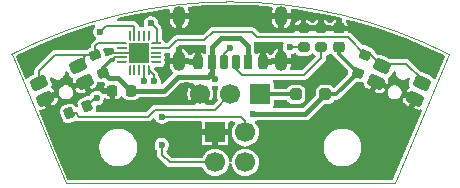
<source format=gbr>
%TF.GenerationSoftware,KiCad,Pcbnew,9.0.5*%
%TF.CreationDate,2025-12-07T22:15:23-05:00*%
%TF.ProjectId,Control_PCB,436f6e74-726f-46c5-9f50-43422e6b6963,rev?*%
%TF.SameCoordinates,Original*%
%TF.FileFunction,Copper,L1,Top*%
%TF.FilePolarity,Positive*%
%FSLAX46Y46*%
G04 Gerber Fmt 4.6, Leading zero omitted, Abs format (unit mm)*
G04 Created by KiCad (PCBNEW 9.0.5) date 2025-12-07 22:15:23*
%MOMM*%
%LPD*%
G01*
G04 APERTURE LIST*
G04 Aperture macros list*
%AMRoundRect*
0 Rectangle with rounded corners*
0 $1 Rounding radius*
0 $2 $3 $4 $5 $6 $7 $8 $9 X,Y pos of 4 corners*
0 Add a 4 corners polygon primitive as box body*
4,1,4,$2,$3,$4,$5,$6,$7,$8,$9,$2,$3,0*
0 Add four circle primitives for the rounded corners*
1,1,$1+$1,$2,$3*
1,1,$1+$1,$4,$5*
1,1,$1+$1,$6,$7*
1,1,$1+$1,$8,$9*
0 Add four rect primitives between the rounded corners*
20,1,$1+$1,$2,$3,$4,$5,0*
20,1,$1+$1,$4,$5,$6,$7,0*
20,1,$1+$1,$6,$7,$8,$9,0*
20,1,$1+$1,$8,$9,$2,$3,0*%
%AMFreePoly0*
4,1,14,0.334644,0.085355,0.385355,0.034644,0.400000,-0.000711,0.400000,-0.050000,0.385355,-0.085355,0.350000,-0.100000,-0.350000,-0.100000,-0.385355,-0.085355,-0.400000,-0.050000,-0.400000,0.050000,-0.385355,0.085355,-0.350000,0.100000,0.299289,0.100000,0.334644,0.085355,0.334644,0.085355,$1*%
%AMFreePoly1*
4,1,14,0.385355,0.085355,0.400000,0.050000,0.400000,0.000711,0.385355,-0.034644,0.334644,-0.085355,0.299289,-0.100000,-0.350000,-0.100000,-0.385355,-0.085355,-0.400000,-0.050000,-0.400000,0.050000,-0.385355,0.085355,-0.350000,0.100000,0.350000,0.100000,0.385355,0.085355,0.385355,0.085355,$1*%
%AMFreePoly2*
4,1,14,0.085355,0.385355,0.100000,0.350000,0.100000,-0.350000,0.085355,-0.385355,0.050000,-0.400000,-0.050000,-0.400000,-0.085355,-0.385355,-0.100000,-0.350000,-0.100000,0.299289,-0.085355,0.334644,-0.034644,0.385355,0.000711,0.400000,0.050000,0.400000,0.085355,0.385355,0.085355,0.385355,$1*%
%AMFreePoly3*
4,1,14,0.034644,0.385355,0.085355,0.334644,0.100000,0.299289,0.100000,-0.350000,0.085355,-0.385355,0.050000,-0.400000,-0.050000,-0.400000,-0.085355,-0.385355,-0.100000,-0.350000,-0.100000,0.350000,-0.085355,0.385355,-0.050000,0.400000,-0.000711,0.400000,0.034644,0.385355,0.034644,0.385355,$1*%
%AMFreePoly4*
4,1,14,0.385355,0.085355,0.400000,0.050000,0.400000,-0.050000,0.385355,-0.085355,0.350000,-0.100000,-0.299289,-0.100000,-0.334644,-0.085355,-0.385355,-0.034644,-0.400000,0.000711,-0.400000,0.050000,-0.385355,0.085355,-0.350000,0.100000,0.350000,0.100000,0.385355,0.085355,0.385355,0.085355,$1*%
%AMFreePoly5*
4,1,14,0.385355,0.085355,0.400000,0.050000,0.400000,-0.050000,0.385355,-0.085355,0.350000,-0.100000,-0.350000,-0.100000,-0.385355,-0.085355,-0.400000,-0.050000,-0.400000,-0.000711,-0.385355,0.034644,-0.334644,0.085355,-0.299289,0.100000,0.350000,0.100000,0.385355,0.085355,0.385355,0.085355,$1*%
%AMFreePoly6*
4,1,14,0.085355,0.385355,0.100000,0.350000,0.100000,-0.299289,0.085355,-0.334644,0.034644,-0.385355,-0.000711,-0.400000,-0.050000,-0.400000,-0.085355,-0.385355,-0.100000,-0.350000,-0.100000,0.350000,-0.085355,0.385355,-0.050000,0.400000,0.050000,0.400000,0.085355,0.385355,0.085355,0.385355,$1*%
%AMFreePoly7*
4,1,14,0.085355,0.385355,0.100000,0.350000,0.100000,-0.350000,0.085355,-0.385355,0.050000,-0.400000,0.000711,-0.400000,-0.034644,-0.385355,-0.085355,-0.334644,-0.100000,-0.299289,-0.100000,0.350000,-0.085355,0.385355,-0.050000,0.400000,0.050000,0.400000,0.085355,0.385355,0.085355,0.385355,$1*%
G04 Aperture macros list end*
%TA.AperFunction,SMDPad,CuDef*%
%ADD10RoundRect,0.250000X0.521351X0.079485X-0.308563X0.427684X-0.521351X-0.079485X0.308563X-0.427684X0*%
%TD*%
%TA.AperFunction,SMDPad,CuDef*%
%ADD11FreePoly0,0.000000*%
%TD*%
%TA.AperFunction,SMDPad,CuDef*%
%ADD12RoundRect,0.050000X-0.350000X-0.050000X0.350000X-0.050000X0.350000X0.050000X-0.350000X0.050000X0*%
%TD*%
%TA.AperFunction,SMDPad,CuDef*%
%ADD13FreePoly1,0.000000*%
%TD*%
%TA.AperFunction,SMDPad,CuDef*%
%ADD14FreePoly2,0.000000*%
%TD*%
%TA.AperFunction,SMDPad,CuDef*%
%ADD15RoundRect,0.050000X-0.050000X-0.350000X0.050000X-0.350000X0.050000X0.350000X-0.050000X0.350000X0*%
%TD*%
%TA.AperFunction,SMDPad,CuDef*%
%ADD16FreePoly3,0.000000*%
%TD*%
%TA.AperFunction,SMDPad,CuDef*%
%ADD17FreePoly4,0.000000*%
%TD*%
%TA.AperFunction,SMDPad,CuDef*%
%ADD18FreePoly5,0.000000*%
%TD*%
%TA.AperFunction,SMDPad,CuDef*%
%ADD19FreePoly6,0.000000*%
%TD*%
%TA.AperFunction,SMDPad,CuDef*%
%ADD20FreePoly7,0.000000*%
%TD*%
%TA.AperFunction,HeatsinkPad*%
%ADD21R,1.700000X1.700000*%
%TD*%
%TA.AperFunction,SMDPad,CuDef*%
%ADD22RoundRect,0.250000X0.250000X0.250000X-0.250000X0.250000X-0.250000X-0.250000X0.250000X-0.250000X0*%
%TD*%
%TA.AperFunction,SMDPad,CuDef*%
%ADD23RoundRect,0.175000X0.175000X0.425000X-0.175000X0.425000X-0.175000X-0.425000X0.175000X-0.425000X0*%
%TD*%
%TA.AperFunction,SMDPad,CuDef*%
%ADD24RoundRect,0.190000X-0.190000X-0.410000X0.190000X-0.410000X0.190000X0.410000X-0.190000X0.410000X0*%
%TD*%
%TA.AperFunction,SMDPad,CuDef*%
%ADD25RoundRect,0.200000X-0.200000X-0.400000X0.200000X-0.400000X0.200000X0.400000X-0.200000X0.400000X0*%
%TD*%
%TA.AperFunction,SMDPad,CuDef*%
%ADD26RoundRect,0.175000X-0.175000X-0.425000X0.175000X-0.425000X0.175000X0.425000X-0.175000X0.425000X0*%
%TD*%
%TA.AperFunction,SMDPad,CuDef*%
%ADD27RoundRect,0.190000X0.190000X0.410000X-0.190000X0.410000X-0.190000X-0.410000X0.190000X-0.410000X0*%
%TD*%
%TA.AperFunction,SMDPad,CuDef*%
%ADD28RoundRect,0.200000X0.200000X0.400000X-0.200000X0.400000X-0.200000X-0.400000X0.200000X-0.400000X0*%
%TD*%
%TA.AperFunction,HeatsinkPad*%
%ADD29O,1.100000X1.700000*%
%TD*%
%TA.AperFunction,SMDPad,CuDef*%
%ADD30RoundRect,0.200000X0.275000X-0.200000X0.275000X0.200000X-0.275000X0.200000X-0.275000X-0.200000X0*%
%TD*%
%TA.AperFunction,SMDPad,CuDef*%
%ADD31RoundRect,0.250000X0.308563X0.427684X-0.521351X0.079485X-0.308563X-0.427684X0.521351X-0.079485X0*%
%TD*%
%TA.AperFunction,SMDPad,CuDef*%
%ADD32RoundRect,0.200000X0.078031X0.330962X-0.290820X0.176207X-0.078031X-0.330962X0.290820X-0.176207X0*%
%TD*%
%TA.AperFunction,SMDPad,CuDef*%
%ADD33RoundRect,0.200000X0.330962X-0.078031X0.176207X0.290820X-0.330962X0.078031X-0.176207X-0.290820X0*%
%TD*%
%TA.AperFunction,SMDPad,CuDef*%
%ADD34RoundRect,0.200000X0.176207X-0.290820X0.330962X0.078031X-0.176207X0.290820X-0.330962X-0.078031X0*%
%TD*%
%TA.AperFunction,ComponentPad*%
%ADD35R,1.700000X1.700000*%
%TD*%
%TA.AperFunction,ComponentPad*%
%ADD36C,1.700000*%
%TD*%
%TA.AperFunction,SMDPad,CuDef*%
%ADD37RoundRect,0.225000X0.225000X0.250000X-0.225000X0.250000X-0.225000X-0.250000X0.225000X-0.250000X0*%
%TD*%
%TA.AperFunction,SMDPad,CuDef*%
%ADD38RoundRect,0.225000X0.250000X-0.225000X0.250000X0.225000X-0.250000X0.225000X-0.250000X-0.225000X0*%
%TD*%
%TA.AperFunction,ViaPad*%
%ADD39C,0.600000*%
%TD*%
%TA.AperFunction,Conductor*%
%ADD40C,0.180000*%
%TD*%
%TA.AperFunction,Conductor*%
%ADD41C,0.400000*%
%TD*%
%TA.AperFunction,Conductor*%
%ADD42C,0.300000*%
%TD*%
%TA.AperFunction,Conductor*%
%ADD43C,0.200000*%
%TD*%
%TA.AperFunction,Conductor*%
%ADD44C,0.304800*%
%TD*%
%TA.AperFunction,Profile*%
%ADD45C,0.100000*%
%TD*%
G04 APERTURE END LIST*
D10*
%TO.P,SW1,1,1*%
%TO.N,GND*%
X165648319Y-67355545D03*
X162328663Y-65962749D03*
%TO.P,SW1,2,2*%
%TO.N,/brightness*%
X166205437Y-66027683D03*
X162885781Y-64634887D03*
%TD*%
D11*
%TO.P,U1,1,PA2*%
%TO.N,/mode*%
X140825000Y-62675000D03*
D12*
%TO.P,U1,2,PA3*%
%TO.N,unconnected-(U1-PA3-Pad2)*%
X140825000Y-63075000D03*
%TO.P,U1,3,GND*%
%TO.N,GND*%
X140825000Y-63475000D03*
%TO.P,U1,4,VCC*%
%TO.N,VBUS*%
X140825000Y-63875000D03*
D13*
%TO.P,U1,5,PA4*%
%TO.N,unconnected-(U1-PA4-Pad5)*%
X140825000Y-64275000D03*
D14*
%TO.P,U1,6,PA5*%
%TO.N,unconnected-(U1-PA5-Pad6)*%
X141475000Y-64925000D03*
D15*
%TO.P,U1,7,PA6*%
%TO.N,unconnected-(U1-PA6-Pad7)*%
X141875000Y-64925000D03*
%TO.P,U1,8,PA7*%
%TO.N,unconnected-(U1-PA7-Pad8)*%
X142275000Y-64925000D03*
%TO.P,U1,9,PB5*%
%TO.N,/CLK*%
X142675000Y-64925000D03*
D16*
%TO.P,U1,10,PB4*%
%TO.N,/DATA*%
X143075000Y-64925000D03*
D17*
%TO.P,U1,11,PB3*%
%TO.N,unconnected-(U1-PB3-Pad11)*%
X143725000Y-64275000D03*
D12*
%TO.P,U1,12,PB2*%
%TO.N,unconnected-(U1-PB2-Pad12)*%
X143725000Y-63875000D03*
%TO.P,U1,13,PB1*%
%TO.N,unconnected-(U1-PB1-Pad13)*%
X143725000Y-63475000D03*
%TO.P,U1,14,PB0*%
%TO.N,/brightness*%
X143725000Y-63075000D03*
D18*
%TO.P,U1,15,PC0*%
%TO.N,Net-(U1-PC0)*%
X143725000Y-62675000D03*
D19*
%TO.P,U1,16,PC1*%
%TO.N,unconnected-(U1-PC1-Pad16)*%
X143075000Y-62025000D03*
D15*
%TO.P,U1,17,PC2*%
%TO.N,unconnected-(U1-PC2-Pad17)*%
X142675000Y-62025000D03*
%TO.P,U1,18,PC3*%
%TO.N,unconnected-(U1-PC3-Pad18)*%
X142275000Y-62025000D03*
%TO.P,U1,19,~{RESET}/PA0*%
%TO.N,Net-(U1-~{RESET}{slash}PA0)*%
X141875000Y-62025000D03*
D20*
%TO.P,U1,20,PA1*%
%TO.N,unconnected-(U1-PA1-Pad20)*%
X141475000Y-62025000D03*
D21*
%TO.P,U1,21,GND*%
%TO.N,GND*%
X142275000Y-63475000D03*
%TD*%
D22*
%TO.P,D1,1,K*%
%TO.N,VBUS*%
X158050000Y-67000000D03*
%TO.P,D1,2,A*%
%TO.N,Net-(D1-A)*%
X155550000Y-67000000D03*
%TD*%
D23*
%TO.P,J1,A5,CC1*%
%TO.N,Net-(J1-CC1)*%
X150500000Y-64280000D03*
D24*
%TO.P,J1,A9,VBUS*%
%TO.N,VBUS*%
X148480000Y-64280000D03*
D25*
%TO.P,J1,A12,GND*%
%TO.N,GND*%
X147250000Y-64280000D03*
D26*
%TO.P,J1,B5,CC2*%
%TO.N,Net-(J1-CC2)*%
X149500000Y-64280000D03*
D27*
%TO.P,J1,B9,VBUS*%
%TO.N,VBUS*%
X151520000Y-64280000D03*
D28*
%TO.P,J1,B12,GND*%
%TO.N,GND*%
X152750000Y-64280000D03*
D29*
%TO.P,J1,S1,SHIELD*%
X154320000Y-64200000D03*
X154320000Y-60400000D03*
X145680000Y-64200000D03*
X145680000Y-60400000D03*
%TD*%
D30*
%TO.P,R1,1*%
%TO.N,Net-(J1-CC1)*%
X157700000Y-63025000D03*
%TO.P,R1,2*%
%TO.N,GND*%
X157700000Y-61375000D03*
%TD*%
D31*
%TO.P,SW2,1,1*%
%TO.N,GND*%
X137671337Y-65962749D03*
X134351681Y-67355546D03*
%TO.P,SW2,2,2*%
%TO.N,/mode*%
X137114219Y-64634886D03*
X133794563Y-66027683D03*
%TD*%
D32*
%TO.P,R5,1*%
%TO.N,Net-(U1-~{RESET}{slash}PA0)*%
X137860755Y-67980817D03*
%TO.P,R5,2*%
%TO.N,/UPDI*%
X136339245Y-68619183D03*
%TD*%
D33*
%TO.P,R3,1*%
%TO.N,VBUS*%
X139219183Y-65160755D03*
%TO.P,R3,2*%
%TO.N,/mode*%
X138580817Y-63639245D03*
%TD*%
D34*
%TO.P,R4,1*%
%TO.N,VBUS*%
X160780817Y-65160755D03*
%TO.P,R4,2*%
%TO.N,/brightness*%
X161419183Y-63639245D03*
%TD*%
D30*
%TO.P,R2,1*%
%TO.N,Net-(J1-CC2)*%
X156200000Y-63025000D03*
%TO.P,R2,2*%
%TO.N,GND*%
X156200000Y-61375000D03*
%TD*%
D35*
%TO.P,J3,1,Pin_1*%
%TO.N,Net-(D1-A)*%
X152540000Y-67000000D03*
D36*
%TO.P,J3,2,Pin_2*%
%TO.N,/UPDI*%
X150000000Y-67000000D03*
%TO.P,J3,3,Pin_3*%
%TO.N,GND*%
X147460000Y-67000000D03*
%TD*%
D37*
%TO.P,C2,1*%
%TO.N,VBUS*%
X141575000Y-66700000D03*
%TO.P,C2,2*%
%TO.N,GND*%
X140025000Y-66700000D03*
%TD*%
D38*
%TO.P,C1,1*%
%TO.N,VBUS*%
X159200000Y-62975000D03*
%TO.P,C1,2*%
%TO.N,GND*%
X159200000Y-61425000D03*
%TD*%
D35*
%TO.P,J2,1,Pin_1*%
%TO.N,GND*%
X148725000Y-70225000D03*
D36*
%TO.P,J2,2,Pin_2*%
%TO.N,/CLK*%
X148725000Y-72765000D03*
%TO.P,J2,3,Pin_3*%
%TO.N,/DATA*%
X151265000Y-70225000D03*
%TO.P,J2,4,Pin_4*%
%TO.N,VBUS*%
X151265000Y-72765000D03*
%TD*%
D39*
%TO.N,GND*%
X160400000Y-61400000D03*
X140025000Y-66700000D03*
X165600000Y-68600000D03*
X156200000Y-60400000D03*
X147100000Y-73600000D03*
X134600000Y-68600000D03*
X163700000Y-65800000D03*
X159200000Y-65500000D03*
X136900000Y-62500000D03*
X163500000Y-73600000D03*
X142275000Y-63475000D03*
X136200000Y-65800000D03*
X136800000Y-73600000D03*
X146300000Y-66200000D03*
X139600000Y-67900000D03*
X154300000Y-67800000D03*
X139821176Y-63446960D03*
X156000000Y-73600000D03*
%TO.N,VBUS*%
X148700000Y-65700000D03*
X151900000Y-68700000D03*
%TO.N,Net-(J1-CC2)*%
X155067000Y-62992000D03*
X150010000Y-63096000D03*
%TO.N,/DATA*%
X144200000Y-68900000D03*
X143500000Y-65900000D03*
%TO.N,/CLK*%
X144200000Y-71300000D03*
X142700000Y-65900000D03*
%TO.N,Net-(U1-~{RESET}{slash}PA0)*%
X138700000Y-67300000D03*
X139000000Y-61700000D03*
%TO.N,Net-(U1-PC0)*%
X143300000Y-61000000D03*
%TD*%
D40*
%TO.N,GND*%
X139825000Y-63475000D02*
X140825000Y-63475000D01*
X139821176Y-63471176D02*
X139825000Y-63475000D01*
X139821176Y-63446960D02*
X139821176Y-63471176D01*
X140825000Y-63475000D02*
X142275000Y-63475000D01*
D41*
%TO.N,VBUS*%
X148114000Y-65500000D02*
X148480000Y-65134000D01*
X149255000Y-62200000D02*
X148480000Y-62975000D01*
X151520000Y-64280000D02*
X151520000Y-62920000D01*
D42*
X158050000Y-67000000D02*
X158941572Y-67000000D01*
D41*
X150800000Y-62200000D02*
X149255000Y-62200000D01*
D42*
X140044801Y-64091000D02*
X139909000Y-64091000D01*
X159200000Y-62975000D02*
X159200000Y-63579938D01*
D41*
X144400000Y-66700000D02*
X145600000Y-65500000D01*
X141575000Y-66700000D02*
X144400000Y-66700000D01*
D40*
X139219183Y-64780817D02*
X139219183Y-65160755D01*
D41*
X156350000Y-68700000D02*
X151900000Y-68700000D01*
D42*
X159200000Y-63579938D02*
X160780817Y-65160755D01*
D41*
X148480000Y-65134000D02*
X148480000Y-65480000D01*
X139717428Y-65659000D02*
X139219183Y-65160755D01*
X148480000Y-62975000D02*
X148480000Y-64280000D01*
X148480000Y-65480000D02*
X148700000Y-65700000D01*
X148480000Y-65134000D02*
X148480000Y-64280000D01*
D42*
X139909000Y-64091000D02*
X139219183Y-64780817D01*
D41*
X140534000Y-65659000D02*
X139717428Y-65659000D01*
X151520000Y-62920000D02*
X150800000Y-62200000D01*
D40*
X140260801Y-63875000D02*
X140044801Y-64091000D01*
X140825000Y-63875000D02*
X140260801Y-63875000D01*
D41*
X158050000Y-67000000D02*
X156350000Y-68700000D01*
X141575000Y-66700000D02*
X140534000Y-65659000D01*
D42*
X158941572Y-67000000D02*
X160780817Y-65160755D01*
D41*
X145600000Y-65500000D02*
X148114000Y-65500000D01*
D43*
%TO.N,Net-(J1-CC1)*%
X150500000Y-64880000D02*
X150972600Y-65352600D01*
X157700000Y-63915000D02*
X157700000Y-63025000D01*
X156262400Y-65352600D02*
X157700000Y-63915000D01*
X150972600Y-65352600D02*
X156262400Y-65352600D01*
X150500000Y-64280000D02*
X150500000Y-64880000D01*
%TO.N,Net-(J1-CC2)*%
X149500000Y-63606000D02*
X149500000Y-64280000D01*
X155067000Y-62992000D02*
X156167000Y-62992000D01*
X150010000Y-63096000D02*
X149500000Y-63606000D01*
X156167000Y-62992000D02*
X156200000Y-63025000D01*
D44*
%TO.N,Net-(D1-A)*%
X152540000Y-67000000D02*
X155550000Y-67000000D01*
D40*
%TO.N,/UPDI*%
X143600000Y-68300000D02*
X143000000Y-68900000D01*
X148700000Y-68300000D02*
X143600000Y-68300000D01*
X150000000Y-67000000D02*
X148700000Y-68300000D01*
X137220062Y-68900000D02*
X136939245Y-68619183D01*
X143000000Y-68900000D02*
X137220062Y-68900000D01*
X136939245Y-68619183D02*
X136339245Y-68619183D01*
%TO.N,/mode*%
X137760755Y-63639245D02*
X138580817Y-63639245D01*
X138580817Y-62919183D02*
X138825000Y-62675000D01*
X135160755Y-63639245D02*
X138580817Y-63639245D01*
X137600000Y-64149105D02*
X137600000Y-63800000D01*
X133794563Y-66027683D02*
X133794563Y-65005437D01*
X138580817Y-63639245D02*
X138580817Y-62919183D01*
X137114219Y-64634886D02*
X137600000Y-64149105D01*
X133794563Y-65005437D02*
X135160755Y-63639245D01*
X137600000Y-63800000D02*
X137760755Y-63639245D01*
X138825000Y-62675000D02*
X140825000Y-62675000D01*
%TO.N,/brightness*%
X166205438Y-65705438D02*
X164900000Y-64400000D01*
X151800000Y-61700000D02*
X148500000Y-61700000D01*
X161419183Y-63639245D02*
X159945938Y-62166000D01*
X144820323Y-63075000D02*
X143725000Y-63075000D01*
X152266000Y-62166000D02*
X151800000Y-61700000D01*
X161890139Y-63639245D02*
X161419183Y-63639245D01*
X162885781Y-64634887D02*
X161890139Y-63639245D01*
X163120668Y-64400000D02*
X162885781Y-64634887D01*
X147800000Y-62400000D02*
X145495323Y-62400000D01*
X159945938Y-62166000D02*
X152266000Y-62166000D01*
X148500000Y-61700000D02*
X147800000Y-62400000D01*
X164900000Y-64400000D02*
X163120668Y-64400000D01*
X166205438Y-66027683D02*
X166205438Y-65705438D01*
X145495323Y-62400000D02*
X144820323Y-63075000D01*
%TO.N,/DATA*%
X151265000Y-69265000D02*
X151265000Y-70225000D01*
X150900000Y-68900000D02*
X151265000Y-69265000D01*
X143075000Y-64925000D02*
X143500000Y-65350000D01*
X144200000Y-68900000D02*
X150900000Y-68900000D01*
X143500000Y-65350000D02*
X143500000Y-65900000D01*
%TO.N,/CLK*%
X142675000Y-64925000D02*
X142675000Y-65875000D01*
X144865000Y-72765000D02*
X148725000Y-72765000D01*
X144200000Y-71300000D02*
X144200000Y-72100000D01*
X142675000Y-65875000D02*
X142700000Y-65900000D01*
X144200000Y-72100000D02*
X144865000Y-72765000D01*
%TO.N,Net-(U1-~{RESET}{slash}PA0)*%
X138700000Y-67300000D02*
X138541572Y-67300000D01*
X139000000Y-61700000D02*
X139500000Y-61200000D01*
X141750000Y-61200000D02*
X141875000Y-61325000D01*
X141875000Y-61325000D02*
X141875000Y-62025000D01*
X138541572Y-67300000D02*
X137860755Y-67980817D01*
X139500000Y-61200000D02*
X141750000Y-61200000D01*
%TO.N,Net-(U1-PC0)*%
X143800000Y-62600000D02*
X143800000Y-61500000D01*
X143725000Y-62675000D02*
X143800000Y-62600000D01*
X143800000Y-61500000D02*
X143300000Y-61000000D01*
%TD*%
%TA.AperFunction,Conductor*%
%TO.N,GND*%
G36*
X163954508Y-65052181D02*
G01*
X164001885Y-65103534D01*
X164014749Y-65158532D01*
X164014749Y-65244359D01*
X164055286Y-65395643D01*
X164055672Y-65397085D01*
X164055675Y-65397092D01*
X164134724Y-65534011D01*
X164134728Y-65534016D01*
X164134729Y-65534018D01*
X164246533Y-65645822D01*
X164246535Y-65645823D01*
X164246539Y-65645826D01*
X164365536Y-65714528D01*
X164383465Y-65724879D01*
X164536192Y-65765802D01*
X164536194Y-65765802D01*
X164694304Y-65765802D01*
X164694306Y-65765802D01*
X164847033Y-65724879D01*
X164983965Y-65645822D01*
X165040042Y-65589744D01*
X165101361Y-65556262D01*
X165171053Y-65561246D01*
X165226987Y-65603117D01*
X165251404Y-65668581D01*
X165242064Y-65725402D01*
X165155209Y-65932417D01*
X165155206Y-65932425D01*
X165132548Y-66011899D01*
X165130566Y-66018852D01*
X165128716Y-66104405D01*
X165127265Y-66171469D01*
X165165259Y-66319307D01*
X165166322Y-66321906D01*
X165166585Y-66324466D01*
X165167371Y-66327523D01*
X165166912Y-66327640D01*
X165173473Y-66391409D01*
X165141912Y-66453744D01*
X165114333Y-66475763D01*
X165022068Y-66529940D01*
X164922829Y-66635559D01*
X164922829Y-66635560D01*
X164893654Y-66688416D01*
X164865332Y-66755921D01*
X165630697Y-67077038D01*
X165684900Y-67121127D01*
X165706663Y-67187521D01*
X165697067Y-67239356D01*
X165648319Y-67355544D01*
X165764506Y-67404292D01*
X165818709Y-67448381D01*
X165840472Y-67514775D01*
X165830876Y-67566610D01*
X165577464Y-68170601D01*
X165806343Y-68266630D01*
X165806351Y-68266633D01*
X165864189Y-68283904D01*
X165864189Y-68283905D01*
X166009006Y-68289736D01*
X166073425Y-68273607D01*
X166143238Y-68276419D01*
X166200448Y-68316529D01*
X166226892Y-68381201D01*
X166217887Y-68441868D01*
X163814812Y-74169474D01*
X163770723Y-74223677D01*
X163704329Y-74245440D01*
X163700468Y-74245500D01*
X136299531Y-74245500D01*
X136232492Y-74225815D01*
X136186737Y-74173011D01*
X136185187Y-74169474D01*
X135012333Y-71374038D01*
X138899500Y-71374038D01*
X138899500Y-71625962D01*
X138928979Y-71812085D01*
X138938910Y-71874785D01*
X139016760Y-72114383D01*
X139087175Y-72252579D01*
X139122301Y-72321518D01*
X139131132Y-72338848D01*
X139279201Y-72542649D01*
X139279205Y-72542654D01*
X139457345Y-72720794D01*
X139457350Y-72720798D01*
X139623984Y-72841864D01*
X139661155Y-72868870D01*
X139804184Y-72941747D01*
X139885616Y-72983239D01*
X139885618Y-72983239D01*
X139885621Y-72983241D01*
X140125215Y-73061090D01*
X140374038Y-73100500D01*
X140374039Y-73100500D01*
X140625961Y-73100500D01*
X140625962Y-73100500D01*
X140874785Y-73061090D01*
X141114379Y-72983241D01*
X141338845Y-72868870D01*
X141542656Y-72720793D01*
X141720793Y-72542656D01*
X141868870Y-72338845D01*
X141983241Y-72114379D01*
X142061090Y-71874785D01*
X142100500Y-71625962D01*
X142100500Y-71374038D01*
X142061090Y-71125215D01*
X141983241Y-70885621D01*
X141983239Y-70885618D01*
X141983239Y-70885616D01*
X141941747Y-70804184D01*
X141868870Y-70661155D01*
X141775039Y-70532007D01*
X141749259Y-70496523D01*
X141720798Y-70457350D01*
X141720794Y-70457345D01*
X141542654Y-70279205D01*
X141542649Y-70279201D01*
X141338848Y-70131132D01*
X141338847Y-70131131D01*
X141338845Y-70131130D01*
X141268747Y-70095413D01*
X141114383Y-70016760D01*
X140874785Y-69938910D01*
X140742721Y-69917993D01*
X140625962Y-69899500D01*
X140374038Y-69899500D01*
X140257279Y-69917993D01*
X140125214Y-69938910D01*
X139885616Y-70016760D01*
X139661151Y-70131132D01*
X139457350Y-70279201D01*
X139457345Y-70279205D01*
X139279205Y-70457345D01*
X139279201Y-70457350D01*
X139131132Y-70661151D01*
X139016760Y-70885616D01*
X138938910Y-71125214D01*
X138908967Y-71314264D01*
X138899500Y-71374038D01*
X135012333Y-71374038D01*
X133782110Y-68441866D01*
X133774326Y-68372433D01*
X133805316Y-68309812D01*
X133865242Y-68273887D01*
X133926574Y-68273607D01*
X133990994Y-68289737D01*
X134135811Y-68283905D01*
X134193642Y-68266638D01*
X134193654Y-68266633D01*
X134422534Y-68170603D01*
X134169123Y-67566611D01*
X134168114Y-67557613D01*
X134163460Y-67549850D01*
X134164282Y-67523441D01*
X134161338Y-67497177D01*
X134165209Y-67489355D01*
X134678934Y-67489355D01*
X134883598Y-67977158D01*
X135112488Y-67881125D01*
X135165332Y-67851958D01*
X135165339Y-67851953D01*
X135270951Y-67752720D01*
X135344339Y-67627739D01*
X135379539Y-67487155D01*
X135373707Y-67342339D01*
X135356438Y-67284502D01*
X135356436Y-67284497D01*
X135329406Y-67220075D01*
X135327718Y-67217150D01*
X134678934Y-67489355D01*
X134165209Y-67489355D01*
X134165354Y-67489061D01*
X134165636Y-67480014D01*
X134180605Y-67458242D01*
X134192328Y-67434555D01*
X134201140Y-67428376D01*
X134205222Y-67422441D01*
X134235493Y-67404293D01*
X134303827Y-67375623D01*
X134351680Y-67355545D01*
X134302932Y-67239357D01*
X134295147Y-67169923D01*
X134326137Y-67107301D01*
X134369302Y-67077039D01*
X135134666Y-66755922D01*
X135130534Y-66746073D01*
X135480649Y-66746073D01*
X135480649Y-66904187D01*
X135506323Y-67000001D01*
X135521572Y-67056913D01*
X135521575Y-67056920D01*
X135548102Y-67102867D01*
X135600626Y-67193842D01*
X135600628Y-67193845D01*
X135600629Y-67193846D01*
X135712433Y-67305650D01*
X135712435Y-67305651D01*
X135712439Y-67305654D01*
X135833631Y-67375623D01*
X135849365Y-67384707D01*
X136002092Y-67425630D01*
X136002094Y-67425630D01*
X136160204Y-67425630D01*
X136160206Y-67425630D01*
X136312933Y-67384707D01*
X136449865Y-67305650D01*
X136561669Y-67193846D01*
X136640726Y-67056914D01*
X136681649Y-66904187D01*
X136681649Y-66746073D01*
X136640726Y-66593346D01*
X136622667Y-66562066D01*
X136889077Y-66562066D01*
X136890606Y-66567750D01*
X136916669Y-66629868D01*
X136916678Y-66629886D01*
X136945846Y-66682732D01*
X136945846Y-66682733D01*
X137045086Y-66788353D01*
X137170065Y-66861740D01*
X137310650Y-66896939D01*
X137455467Y-66891108D01*
X137513298Y-66873841D01*
X137513310Y-66873836D01*
X137742190Y-66777806D01*
X137537526Y-66290002D01*
X136889077Y-66562066D01*
X136622667Y-66562066D01*
X136604119Y-66529940D01*
X136561673Y-66456420D01*
X136561667Y-66456412D01*
X136449866Y-66344611D01*
X136449858Y-66344605D01*
X136312939Y-66265556D01*
X136312935Y-66265554D01*
X136312933Y-66265553D01*
X136160206Y-66224630D01*
X136002092Y-66224630D01*
X135849365Y-66265553D01*
X135849358Y-66265556D01*
X135712439Y-66344605D01*
X135712431Y-66344611D01*
X135600630Y-66456412D01*
X135600624Y-66456420D01*
X135521575Y-66593339D01*
X135521572Y-66593346D01*
X135480649Y-66746073D01*
X135130534Y-66746073D01*
X135106341Y-66688412D01*
X135077171Y-66635562D01*
X135077171Y-66635561D01*
X134977930Y-66529939D01*
X134885667Y-66475764D01*
X134837824Y-66424844D01*
X134825105Y-66356142D01*
X134833681Y-66321897D01*
X134834735Y-66319317D01*
X134834740Y-66319309D01*
X134872735Y-66171465D01*
X134869434Y-66018852D01*
X134844792Y-65932420D01*
X134757934Y-65725401D01*
X134750150Y-65655968D01*
X134781140Y-65593347D01*
X134841066Y-65557421D01*
X134910901Y-65559596D01*
X134959960Y-65589747D01*
X135016035Y-65645822D01*
X135016037Y-65645823D01*
X135016041Y-65645826D01*
X135135038Y-65714528D01*
X135152967Y-65724879D01*
X135305694Y-65765802D01*
X135305696Y-65765802D01*
X135463806Y-65765802D01*
X135463808Y-65765802D01*
X135616535Y-65724879D01*
X135753467Y-65645822D01*
X135865271Y-65534018D01*
X135944328Y-65397086D01*
X135985251Y-65244359D01*
X135985251Y-65158532D01*
X136004936Y-65091493D01*
X136057740Y-65045738D01*
X136126898Y-65035794D01*
X136190454Y-65064819D01*
X136223595Y-65110558D01*
X136310419Y-65317499D01*
X136354822Y-65395636D01*
X136354823Y-65395637D01*
X136354825Y-65395640D01*
X136461405Y-65504922D01*
X136593515Y-65581396D01*
X136593526Y-65581398D01*
X136596105Y-65582454D01*
X136598113Y-65584057D01*
X136600856Y-65585645D01*
X136600617Y-65586056D01*
X136650709Y-65626045D01*
X136673077Y-65692238D01*
X136669465Y-65727349D01*
X136643478Y-65831138D01*
X136649310Y-65975955D01*
X136666581Y-66033797D01*
X136694906Y-66101307D01*
X137460271Y-65780190D01*
X137529705Y-65772405D01*
X137592326Y-65803395D01*
X137622589Y-65846560D01*
X137671337Y-65962748D01*
X137787525Y-65914000D01*
X137856959Y-65906215D01*
X137919580Y-65937205D01*
X137949843Y-65980370D01*
X138203254Y-66584361D01*
X138319039Y-66535782D01*
X138424110Y-66491699D01*
X138424110Y-66491698D01*
X138424112Y-66491698D01*
X138432146Y-66488327D01*
X138484988Y-66459161D01*
X138484995Y-66459156D01*
X138590607Y-66359923D01*
X138663995Y-66234942D01*
X138699195Y-66094358D01*
X138697400Y-66049785D01*
X138714371Y-65982008D01*
X138765291Y-65934165D01*
X138833993Y-65921446D01*
X138851411Y-65924507D01*
X138990719Y-65959389D01*
X139135903Y-65953542D01*
X139189377Y-65937574D01*
X139203126Y-65937512D01*
X139216009Y-65932707D01*
X139237376Y-65937355D01*
X139259246Y-65937255D01*
X139272279Y-65944947D01*
X139284282Y-65947559D01*
X139312536Y-65968710D01*
X139379193Y-66035367D01*
X139412678Y-66096690D01*
X139407694Y-66166382D01*
X139390779Y-66197359D01*
X139375267Y-66218079D01*
X139327134Y-66347127D01*
X139327133Y-66347132D01*
X139321000Y-66404163D01*
X139321000Y-66450000D01*
X139901000Y-66450000D01*
X139968039Y-66469685D01*
X140013794Y-66522489D01*
X140025000Y-66574000D01*
X140025000Y-66700000D01*
X140151000Y-66700000D01*
X140218039Y-66719685D01*
X140263794Y-66772489D01*
X140275000Y-66824000D01*
X140275000Y-67429000D01*
X140295820Y-67429000D01*
X140295836Y-67428999D01*
X140352867Y-67422866D01*
X140352872Y-67422865D01*
X140481921Y-67374732D01*
X140481924Y-67374730D01*
X140592184Y-67292188D01*
X140670425Y-67187673D01*
X140726359Y-67145802D01*
X140796050Y-67140818D01*
X140857374Y-67174303D01*
X140877958Y-67205686D01*
X140879256Y-67204957D01*
X140883411Y-67212347D01*
X140883412Y-67212349D01*
X140971496Y-67328504D01*
X141087651Y-67416588D01*
X141223263Y-67470066D01*
X141308482Y-67480300D01*
X141841518Y-67480300D01*
X141926737Y-67470066D01*
X142062349Y-67416588D01*
X142178504Y-67328504D01*
X142178506Y-67328502D01*
X142234720Y-67254374D01*
X142290912Y-67212851D01*
X142333523Y-67205300D01*
X144466522Y-67205300D01*
X144466524Y-67205300D01*
X144595038Y-67170864D01*
X144626707Y-67152580D01*
X144710261Y-67104341D01*
X145772983Y-66041619D01*
X145834306Y-66008134D01*
X145860664Y-66005300D01*
X146767491Y-66005300D01*
X146834530Y-66024985D01*
X146855172Y-66041619D01*
X147330590Y-66517037D01*
X147267007Y-66534075D01*
X147152993Y-66599901D01*
X147059901Y-66692993D01*
X146994075Y-66807007D01*
X146977037Y-66870590D01*
X146520845Y-66414398D01*
X146520844Y-66414398D01*
X146515775Y-66421375D01*
X146436884Y-66576206D01*
X146383183Y-66741478D01*
X146356000Y-66913107D01*
X146356000Y-67086892D01*
X146383183Y-67258521D01*
X146436884Y-67423793D01*
X146515776Y-67578624D01*
X146515777Y-67578626D01*
X146520844Y-67585600D01*
X146520846Y-67585601D01*
X146977037Y-67129409D01*
X146994075Y-67192993D01*
X147059901Y-67307007D01*
X147152993Y-67400099D01*
X147267007Y-67465925D01*
X147330590Y-67482962D01*
X146945172Y-67868381D01*
X146883849Y-67901866D01*
X146857491Y-67904700D01*
X143547958Y-67904700D01*
X143447420Y-67931639D01*
X143447413Y-67931642D01*
X143357286Y-67983676D01*
X143357278Y-67983682D01*
X142872580Y-68468381D01*
X142811257Y-68501866D01*
X142784899Y-68504700D01*
X138744295Y-68504700D01*
X138677256Y-68485015D01*
X138631501Y-68432211D01*
X138621557Y-68363053D01*
X138624009Y-68350581D01*
X138659388Y-68209287D01*
X138659387Y-68209285D01*
X138659389Y-68209281D01*
X138653542Y-68064097D01*
X138653540Y-68064089D01*
X138652266Y-68056442D01*
X138653705Y-68056202D01*
X138653428Y-67994902D01*
X138690937Y-67935954D01*
X138754361Y-67906643D01*
X138772562Y-67905300D01*
X138779687Y-67905300D01*
X138779689Y-67905300D01*
X138933637Y-67864050D01*
X139071663Y-67784360D01*
X139184360Y-67671663D01*
X139264050Y-67533637D01*
X139302892Y-67388673D01*
X139339254Y-67329018D01*
X139402101Y-67298488D01*
X139471477Y-67306782D01*
X139496976Y-67321504D01*
X139568080Y-67374732D01*
X139568078Y-67374732D01*
X139697127Y-67422865D01*
X139697132Y-67422866D01*
X139754163Y-67428999D01*
X139754180Y-67429000D01*
X139775000Y-67429000D01*
X139775000Y-66950000D01*
X139295893Y-66950000D01*
X139289859Y-66953294D01*
X139220168Y-66948304D01*
X139175830Y-66919807D01*
X139071665Y-66815642D01*
X139071663Y-66815640D01*
X138996924Y-66772489D01*
X138933638Y-66735950D01*
X138823817Y-66706524D01*
X138779689Y-66694700D01*
X138620311Y-66694700D01*
X138512302Y-66723640D01*
X138512297Y-66723642D01*
X138466363Y-66735950D01*
X138422228Y-66761431D01*
X138422215Y-66761437D01*
X138328343Y-66815635D01*
X138328334Y-66815642D01*
X138215642Y-66928334D01*
X138215640Y-66928337D01*
X138135947Y-67066367D01*
X138134859Y-67068995D01*
X138133347Y-67070869D01*
X138131886Y-67073402D01*
X138131491Y-67073173D01*
X138091015Y-67123396D01*
X138024720Y-67145458D01*
X137999880Y-67142844D01*
X137999870Y-67142948D01*
X137991049Y-67142040D01*
X137991043Y-67142040D01*
X137845858Y-67147887D01*
X137845854Y-67147887D01*
X137845853Y-67147888D01*
X137787870Y-67165201D01*
X137787861Y-67165204D01*
X137787860Y-67165205D01*
X137734671Y-67187521D01*
X137329874Y-67357357D01*
X137276880Y-67386607D01*
X137170986Y-67486103D01*
X137170985Y-67486105D01*
X137097415Y-67611399D01*
X137097413Y-67611404D01*
X137062121Y-67752347D01*
X137062121Y-67752352D01*
X137062121Y-67752353D01*
X137064672Y-67815698D01*
X137067968Y-67897538D01*
X137070107Y-67904700D01*
X137075006Y-67921109D01*
X137075680Y-67923364D01*
X137075998Y-67993233D01*
X137038492Y-68052183D01*
X136975070Y-68081497D01*
X136905866Y-68071869D01*
X136852854Y-68026355D01*
X136848302Y-68018762D01*
X136841312Y-68006098D01*
X136835278Y-67995166D01*
X136752104Y-67906643D01*
X136735786Y-67889275D01*
X136735785Y-67889274D01*
X136735783Y-67889272D01*
X136654627Y-67841619D01*
X136610485Y-67815699D01*
X136610481Y-67815698D01*
X136469538Y-67780406D01*
X136469533Y-67780406D01*
X136324348Y-67786253D01*
X136324344Y-67786253D01*
X136324343Y-67786254D01*
X136266360Y-67803567D01*
X136266351Y-67803570D01*
X136266350Y-67803571D01*
X136237446Y-67815698D01*
X135808364Y-67995723D01*
X135755370Y-68024973D01*
X135649476Y-68124469D01*
X135649475Y-68124471D01*
X135575905Y-68249765D01*
X135575903Y-68249770D01*
X135540611Y-68390713D01*
X135540611Y-68390718D01*
X135540611Y-68390719D01*
X135546458Y-68535903D01*
X135563776Y-68593902D01*
X135751185Y-69040583D01*
X135813962Y-69190208D01*
X135813967Y-69190218D01*
X135843209Y-69243196D01*
X135843213Y-69243201D01*
X135937720Y-69343787D01*
X135942707Y-69349094D01*
X136068006Y-69422667D01*
X136208957Y-69457960D01*
X136354142Y-69452113D01*
X136412140Y-69434795D01*
X136870127Y-69242642D01*
X136886957Y-69233352D01*
X136897506Y-69231006D01*
X136906313Y-69224735D01*
X136931017Y-69223556D01*
X136955158Y-69218190D01*
X136967143Y-69221834D01*
X136976103Y-69221407D01*
X137008863Y-69234520D01*
X137008870Y-69234522D01*
X137008872Y-69234522D01*
X137023902Y-69243200D01*
X137067482Y-69268361D01*
X137168019Y-69295300D01*
X137168020Y-69295300D01*
X137168022Y-69295300D01*
X143052040Y-69295300D01*
X143052042Y-69295300D01*
X143152580Y-69268361D01*
X143242720Y-69216319D01*
X143418456Y-69040582D01*
X143479778Y-69007098D01*
X143549469Y-69012082D01*
X143605403Y-69053953D01*
X143625911Y-69096170D01*
X143635950Y-69133638D01*
X143668617Y-69190218D01*
X143715640Y-69271663D01*
X143828337Y-69384360D01*
X143966363Y-69464050D01*
X144120311Y-69505300D01*
X144120313Y-69505300D01*
X144279687Y-69505300D01*
X144279689Y-69505300D01*
X144433637Y-69464050D01*
X144571663Y-69384360D01*
X144624404Y-69331619D01*
X144685727Y-69298134D01*
X144712085Y-69295300D01*
X147497000Y-69295300D01*
X147564039Y-69314985D01*
X147609794Y-69367789D01*
X147621000Y-69419300D01*
X147621000Y-69975000D01*
X148291988Y-69975000D01*
X148259075Y-70032007D01*
X148225000Y-70159174D01*
X148225000Y-70290826D01*
X148259075Y-70417993D01*
X148291988Y-70475000D01*
X147621001Y-70475000D01*
X147621001Y-71100014D01*
X147635737Y-71174106D01*
X147635738Y-71174109D01*
X147691876Y-71258123D01*
X147775895Y-71314263D01*
X147775896Y-71314264D01*
X147849980Y-71328999D01*
X148474999Y-71328999D01*
X148475000Y-71328998D01*
X148475000Y-70658012D01*
X148532007Y-70690925D01*
X148659174Y-70725000D01*
X148790826Y-70725000D01*
X148917993Y-70690925D01*
X148975000Y-70658012D01*
X148975000Y-71328999D01*
X149600015Y-71328999D01*
X149674106Y-71314262D01*
X149674109Y-71314261D01*
X149758123Y-71258123D01*
X149814263Y-71174104D01*
X149814264Y-71174103D01*
X149828999Y-71100021D01*
X149829000Y-71100018D01*
X149829000Y-70475000D01*
X149158012Y-70475000D01*
X149190925Y-70417993D01*
X149225000Y-70290826D01*
X149225000Y-70159174D01*
X149190925Y-70032007D01*
X149158012Y-69975000D01*
X149828999Y-69975000D01*
X149828999Y-69419300D01*
X149848684Y-69352261D01*
X149901488Y-69306506D01*
X149952999Y-69295300D01*
X150269075Y-69295300D01*
X150336114Y-69314985D01*
X150381869Y-69367789D01*
X150391813Y-69436947D01*
X150369394Y-69492182D01*
X150314584Y-69567621D01*
X150276899Y-69619490D01*
X150194342Y-69781518D01*
X150194340Y-69781521D01*
X150138148Y-69954462D01*
X150138148Y-69954465D01*
X150109700Y-70134076D01*
X150109700Y-70315923D01*
X150138148Y-70495534D01*
X150138148Y-70495537D01*
X150194340Y-70668478D01*
X150194342Y-70668481D01*
X150276899Y-70830509D01*
X150383787Y-70977627D01*
X150512373Y-71106213D01*
X150659491Y-71213101D01*
X150821519Y-71295658D01*
X150821521Y-71295659D01*
X150924129Y-71328998D01*
X150994467Y-71351852D01*
X151108869Y-71369972D01*
X151125000Y-71372527D01*
X151188135Y-71402456D01*
X151225066Y-71461768D01*
X151224068Y-71531631D01*
X151185458Y-71589863D01*
X151125000Y-71617473D01*
X150994465Y-71638148D01*
X150994462Y-71638148D01*
X150821521Y-71694340D01*
X150821518Y-71694342D01*
X150659490Y-71776899D01*
X150575553Y-71837883D01*
X150512373Y-71883787D01*
X150512371Y-71883789D01*
X150512370Y-71883789D01*
X150383789Y-72012370D01*
X150383789Y-72012371D01*
X150383787Y-72012373D01*
X150357933Y-72047958D01*
X150276899Y-72159490D01*
X150194342Y-72321518D01*
X150194340Y-72321521D01*
X150138148Y-72494462D01*
X150138148Y-72494465D01*
X150117473Y-72625000D01*
X150087544Y-72688135D01*
X150028232Y-72725066D01*
X149958369Y-72724068D01*
X149900137Y-72685458D01*
X149872527Y-72625000D01*
X149870506Y-72612243D01*
X149851852Y-72494467D01*
X149851851Y-72494463D01*
X149851851Y-72494462D01*
X149795659Y-72321521D01*
X149795657Y-72321518D01*
X149713100Y-72159490D01*
X149707688Y-72152041D01*
X149606213Y-72012373D01*
X149477627Y-71883787D01*
X149330509Y-71776899D01*
X149168481Y-71694342D01*
X149168478Y-71694340D01*
X148995535Y-71638148D01*
X148875793Y-71619182D01*
X148815924Y-71609700D01*
X148634076Y-71609700D01*
X148574206Y-71619182D01*
X148454465Y-71638148D01*
X148454462Y-71638148D01*
X148281521Y-71694340D01*
X148281518Y-71694342D01*
X148119490Y-71776899D01*
X148035553Y-71837883D01*
X147972373Y-71883787D01*
X147972371Y-71883789D01*
X147972370Y-71883789D01*
X147843789Y-72012370D01*
X147843789Y-72012371D01*
X147843787Y-72012373D01*
X147817933Y-72047958D01*
X147736899Y-72159490D01*
X147664290Y-72301995D01*
X147616316Y-72352791D01*
X147553805Y-72369700D01*
X145080101Y-72369700D01*
X145013062Y-72350015D01*
X144992420Y-72333381D01*
X144631619Y-71972580D01*
X144616915Y-71945652D01*
X144600323Y-71919834D01*
X144599431Y-71913633D01*
X144598134Y-71911257D01*
X144595300Y-71884899D01*
X144595300Y-71812085D01*
X144614985Y-71745046D01*
X144631619Y-71724404D01*
X144684360Y-71671663D01*
X144764050Y-71533637D01*
X144805300Y-71379689D01*
X144805300Y-71220311D01*
X144764050Y-71066363D01*
X144684360Y-70928337D01*
X144571663Y-70815640D01*
X144502650Y-70775795D01*
X144433638Y-70735950D01*
X144356663Y-70715325D01*
X144279689Y-70694700D01*
X144120311Y-70694700D01*
X143966361Y-70735950D01*
X143828337Y-70815640D01*
X143828334Y-70815642D01*
X143715642Y-70928334D01*
X143715640Y-70928337D01*
X143635950Y-71066361D01*
X143607080Y-71174109D01*
X143594700Y-71220311D01*
X143594700Y-71379689D01*
X143604735Y-71417140D01*
X143635950Y-71533638D01*
X143667073Y-71587544D01*
X143715640Y-71671663D01*
X143715642Y-71671665D01*
X143768381Y-71724404D01*
X143801866Y-71785727D01*
X143804700Y-71812085D01*
X143804700Y-72152041D01*
X143831639Y-72252579D01*
X143831642Y-72252586D01*
X143883676Y-72342713D01*
X143883680Y-72342718D01*
X143883681Y-72342720D01*
X144622280Y-73081319D01*
X144622282Y-73081320D01*
X144622286Y-73081323D01*
X144712413Y-73133357D01*
X144712420Y-73133361D01*
X144812958Y-73160300D01*
X144917042Y-73160300D01*
X147553805Y-73160300D01*
X147620844Y-73179985D01*
X147664289Y-73228004D01*
X147736899Y-73370509D01*
X147843787Y-73517627D01*
X147972373Y-73646213D01*
X148119491Y-73753101D01*
X148281519Y-73835658D01*
X148281521Y-73835659D01*
X148442834Y-73888072D01*
X148454467Y-73891852D01*
X148634076Y-73920300D01*
X148634077Y-73920300D01*
X148815923Y-73920300D01*
X148815924Y-73920300D01*
X148995533Y-73891852D01*
X148995536Y-73891851D01*
X148995537Y-73891851D01*
X149168478Y-73835659D01*
X149168478Y-73835658D01*
X149168481Y-73835658D01*
X149330509Y-73753101D01*
X149477627Y-73646213D01*
X149606213Y-73517627D01*
X149713101Y-73370509D01*
X149795658Y-73208481D01*
X149836974Y-73081323D01*
X149851851Y-73035537D01*
X149851851Y-73035536D01*
X149851852Y-73035533D01*
X149872527Y-72904998D01*
X149902456Y-72841864D01*
X149961768Y-72804933D01*
X150031630Y-72805931D01*
X150089863Y-72844541D01*
X150117473Y-72904999D01*
X150138148Y-73035534D01*
X150138148Y-73035537D01*
X150194340Y-73208478D01*
X150194342Y-73208481D01*
X150276899Y-73370509D01*
X150383787Y-73517627D01*
X150512373Y-73646213D01*
X150659491Y-73753101D01*
X150821519Y-73835658D01*
X150821521Y-73835659D01*
X150982834Y-73888072D01*
X150994467Y-73891852D01*
X151174076Y-73920300D01*
X151174077Y-73920300D01*
X151355923Y-73920300D01*
X151355924Y-73920300D01*
X151535533Y-73891852D01*
X151535536Y-73891851D01*
X151535537Y-73891851D01*
X151708478Y-73835659D01*
X151708478Y-73835658D01*
X151708481Y-73835658D01*
X151870509Y-73753101D01*
X152017627Y-73646213D01*
X152146213Y-73517627D01*
X152253101Y-73370509D01*
X152335658Y-73208481D01*
X152376974Y-73081323D01*
X152391851Y-73035537D01*
X152391851Y-73035536D01*
X152391852Y-73035533D01*
X152420300Y-72855924D01*
X152420300Y-72674076D01*
X152391852Y-72494467D01*
X152391851Y-72494463D01*
X152391851Y-72494462D01*
X152335659Y-72321521D01*
X152335657Y-72321518D01*
X152253100Y-72159490D01*
X152247688Y-72152041D01*
X152146213Y-72012373D01*
X152017627Y-71883787D01*
X151870509Y-71776899D01*
X151708481Y-71694342D01*
X151708478Y-71694340D01*
X151535535Y-71638148D01*
X151432458Y-71621822D01*
X151404998Y-71617472D01*
X151341864Y-71587544D01*
X151304933Y-71528232D01*
X151305931Y-71458370D01*
X151344541Y-71400137D01*
X151401689Y-71374038D01*
X157899500Y-71374038D01*
X157899500Y-71625962D01*
X157928979Y-71812085D01*
X157938910Y-71874785D01*
X158016760Y-72114383D01*
X158087175Y-72252579D01*
X158122301Y-72321518D01*
X158131132Y-72338848D01*
X158279201Y-72542649D01*
X158279205Y-72542654D01*
X158457345Y-72720794D01*
X158457350Y-72720798D01*
X158623984Y-72841864D01*
X158661155Y-72868870D01*
X158804184Y-72941747D01*
X158885616Y-72983239D01*
X158885618Y-72983239D01*
X158885621Y-72983241D01*
X159125215Y-73061090D01*
X159374038Y-73100500D01*
X159374039Y-73100500D01*
X159625961Y-73100500D01*
X159625962Y-73100500D01*
X159874785Y-73061090D01*
X160114379Y-72983241D01*
X160338845Y-72868870D01*
X160542656Y-72720793D01*
X160720793Y-72542656D01*
X160868870Y-72338845D01*
X160983241Y-72114379D01*
X161061090Y-71874785D01*
X161100500Y-71625962D01*
X161100500Y-71374038D01*
X161061090Y-71125215D01*
X160983241Y-70885621D01*
X160983239Y-70885618D01*
X160983239Y-70885616D01*
X160941747Y-70804184D01*
X160868870Y-70661155D01*
X160775039Y-70532007D01*
X160720798Y-70457350D01*
X160720794Y-70457345D01*
X160542654Y-70279205D01*
X160542649Y-70279201D01*
X160338848Y-70131132D01*
X160338847Y-70131131D01*
X160338845Y-70131130D01*
X160268747Y-70095413D01*
X160114383Y-70016760D01*
X159874785Y-69938910D01*
X159742721Y-69917993D01*
X159625962Y-69899500D01*
X159374038Y-69899500D01*
X159257279Y-69917993D01*
X159125214Y-69938910D01*
X158885616Y-70016760D01*
X158661151Y-70131132D01*
X158457350Y-70279201D01*
X158457345Y-70279205D01*
X158279205Y-70457345D01*
X158279201Y-70457350D01*
X158131132Y-70661151D01*
X158016760Y-70885616D01*
X157938910Y-71125214D01*
X157908967Y-71314264D01*
X157899500Y-71374038D01*
X151401689Y-71374038D01*
X151404998Y-71372527D01*
X151535533Y-71351852D01*
X151535536Y-71351851D01*
X151535537Y-71351851D01*
X151708478Y-71295659D01*
X151708478Y-71295658D01*
X151708481Y-71295658D01*
X151870509Y-71213101D01*
X152017627Y-71106213D01*
X152146213Y-70977627D01*
X152253101Y-70830509D01*
X152335658Y-70668481D01*
X152380001Y-70532007D01*
X152391851Y-70495537D01*
X152391851Y-70495536D01*
X152391852Y-70495533D01*
X152420300Y-70315924D01*
X152420300Y-70134076D01*
X152391852Y-69954467D01*
X152391851Y-69954463D01*
X152391851Y-69954462D01*
X152335659Y-69781521D01*
X152335657Y-69781518D01*
X152253100Y-69619490D01*
X152146213Y-69472373D01*
X152123806Y-69449966D01*
X152111824Y-69428024D01*
X152096369Y-69408370D01*
X152095367Y-69397885D01*
X152090321Y-69388643D01*
X152092104Y-69363705D01*
X152089728Y-69338817D01*
X152094553Y-69329456D01*
X152095305Y-69318951D01*
X152110288Y-69298935D01*
X152121745Y-69276714D01*
X152134337Y-69266811D01*
X152137177Y-69263018D01*
X152149471Y-69254907D01*
X152206621Y-69221911D01*
X152268620Y-69205300D01*
X156416522Y-69205300D01*
X156416524Y-69205300D01*
X156545038Y-69170864D01*
X156573655Y-69154342D01*
X156660261Y-69104341D01*
X157922984Y-67841619D01*
X157984307Y-67808134D01*
X158010665Y-67805300D01*
X158343470Y-67805300D01*
X158343476Y-67805300D01*
X158432711Y-67794584D01*
X158574717Y-67738584D01*
X158696348Y-67646348D01*
X158788584Y-67524717D01*
X158788585Y-67524714D01*
X158792065Y-67518526D01*
X158824227Y-67487154D01*
X164620460Y-67487154D01*
X164655660Y-67627738D01*
X164729048Y-67752719D01*
X164834662Y-67851953D01*
X164834664Y-67851955D01*
X164887518Y-67881129D01*
X165116400Y-67977158D01*
X165321064Y-67489354D01*
X164672281Y-67217150D01*
X164670589Y-67220080D01*
X164643567Y-67284487D01*
X164626293Y-67342338D01*
X164620460Y-67487154D01*
X158824227Y-67487154D01*
X158842081Y-67469738D01*
X158900151Y-67455300D01*
X159001510Y-67455300D01*
X159001513Y-67455300D01*
X159117311Y-67424272D01*
X159142391Y-67409792D01*
X159221133Y-67364331D01*
X159305903Y-67279561D01*
X159305903Y-67279559D01*
X159316107Y-67269356D01*
X159316111Y-67269351D01*
X159807657Y-66777805D01*
X162257808Y-66777805D01*
X162486687Y-66873834D01*
X162486695Y-66873837D01*
X162544533Y-66891108D01*
X162544533Y-66891109D01*
X162689350Y-66896940D01*
X162829934Y-66861740D01*
X162954913Y-66788353D01*
X162994639Y-66746073D01*
X163318351Y-66746073D01*
X163318351Y-66904187D01*
X163344025Y-67000001D01*
X163359274Y-67056913D01*
X163359277Y-67056920D01*
X163438326Y-67193839D01*
X163438330Y-67193844D01*
X163438331Y-67193846D01*
X163550135Y-67305650D01*
X163550137Y-67305651D01*
X163550141Y-67305654D01*
X163671333Y-67375623D01*
X163687067Y-67384707D01*
X163839794Y-67425630D01*
X163839796Y-67425630D01*
X163997906Y-67425630D01*
X163997908Y-67425630D01*
X164150635Y-67384707D01*
X164287567Y-67305650D01*
X164399371Y-67193846D01*
X164478428Y-67056914D01*
X164519351Y-66904187D01*
X164519351Y-66746073D01*
X164478428Y-66593346D01*
X164441821Y-66529940D01*
X164399375Y-66456420D01*
X164399369Y-66456412D01*
X164287568Y-66344611D01*
X164287560Y-66344605D01*
X164150641Y-66265556D01*
X164150637Y-66265554D01*
X164150635Y-66265553D01*
X163997908Y-66224630D01*
X163839794Y-66224630D01*
X163687067Y-66265553D01*
X163687060Y-66265556D01*
X163550141Y-66344605D01*
X163550133Y-66344611D01*
X163438332Y-66456412D01*
X163438326Y-66456420D01*
X163359370Y-66593176D01*
X163359368Y-66593182D01*
X163359274Y-66593346D01*
X163347141Y-66638625D01*
X163346742Y-66640110D01*
X163346743Y-66640111D01*
X163321063Y-66735950D01*
X163318351Y-66746073D01*
X162994639Y-66746073D01*
X163054152Y-66682734D01*
X163054152Y-66682733D01*
X163083322Y-66629885D01*
X163083322Y-66629884D01*
X163109396Y-66567736D01*
X163110922Y-66562066D01*
X162462472Y-66290002D01*
X162257808Y-66777805D01*
X159807657Y-66777805D01*
X160636725Y-65948736D01*
X160698046Y-65915253D01*
X160767738Y-65920237D01*
X160772325Y-65922054D01*
X160806098Y-65936224D01*
X160864097Y-65953542D01*
X161009281Y-65959389D01*
X161148582Y-65924509D01*
X161218392Y-65927320D01*
X161275603Y-65967428D01*
X161302047Y-66032100D01*
X161302599Y-66049783D01*
X161300804Y-66094358D01*
X161336004Y-66234942D01*
X161409392Y-66359923D01*
X161515006Y-66459157D01*
X161515008Y-66459159D01*
X161567862Y-66488333D01*
X161796744Y-66584362D01*
X162050156Y-65980370D01*
X162094245Y-65926167D01*
X162160639Y-65904404D01*
X162212474Y-65914000D01*
X162328662Y-65962748D01*
X162377410Y-65846561D01*
X162421498Y-65792358D01*
X162487892Y-65770595D01*
X162539728Y-65780191D01*
X163305091Y-66101307D01*
X163305092Y-66101307D01*
X163333412Y-66033810D01*
X163333418Y-66033793D01*
X163350688Y-65975955D01*
X163356521Y-65831139D01*
X163330534Y-65727351D01*
X163333346Y-65657538D01*
X163373456Y-65600328D01*
X163403898Y-65582454D01*
X163406478Y-65581398D01*
X163406485Y-65581397D01*
X163538595Y-65504923D01*
X163645175Y-65395641D01*
X163689580Y-65317501D01*
X163776405Y-65110558D01*
X163820494Y-65056356D01*
X163886888Y-65034593D01*
X163954508Y-65052181D01*
G37*
%TD.AperFunction*%
%TA.AperFunction,Conductor*%
G36*
X158544108Y-63544301D02*
G01*
X158555231Y-63557057D01*
X158571493Y-63578501D01*
X158571494Y-63578502D01*
X158571496Y-63578504D01*
X158675764Y-63657574D01*
X158687651Y-63666588D01*
X158701325Y-63671980D01*
X158756470Y-63714886D01*
X158772317Y-63748294D01*
X158772619Y-63748170D01*
X158775100Y-63754161D01*
X158775608Y-63755231D01*
X158775728Y-63755677D01*
X158827871Y-63845993D01*
X158835668Y-63859497D01*
X158835670Y-63859500D01*
X158927504Y-63951334D01*
X158927510Y-63951339D01*
X159935723Y-64959553D01*
X159969208Y-65020876D01*
X159965100Y-65084364D01*
X159966155Y-65084679D01*
X159965205Y-65087858D01*
X159965205Y-65087860D01*
X159962876Y-65095660D01*
X159948187Y-65144854D01*
X159947887Y-65145858D01*
X159942040Y-65291043D01*
X159942040Y-65291045D01*
X159941684Y-65299904D01*
X159940381Y-65299851D01*
X159929308Y-65359652D01*
X159906362Y-65391317D01*
X158903723Y-66393956D01*
X158842400Y-66427441D01*
X158772708Y-66422457D01*
X158717238Y-66381200D01*
X158705861Y-66366197D01*
X158696347Y-66353650D01*
X158574719Y-66261417D01*
X158574717Y-66261416D01*
X158464822Y-66218079D01*
X158432709Y-66205415D01*
X158386904Y-66199915D01*
X158343476Y-66194700D01*
X157756524Y-66194700D01*
X157716353Y-66199523D01*
X157667290Y-66205415D01*
X157525280Y-66261417D01*
X157403651Y-66353651D01*
X157311417Y-66475280D01*
X157255415Y-66617290D01*
X157252675Y-66640110D01*
X157244700Y-66706524D01*
X157244700Y-66706530D01*
X157244700Y-67039335D01*
X157225015Y-67106374D01*
X157208381Y-67127016D01*
X156177017Y-68158381D01*
X156115694Y-68191866D01*
X156089336Y-68194700D01*
X153761837Y-68194700D01*
X153694798Y-68175015D01*
X153649043Y-68122211D01*
X153639099Y-68053053D01*
X153648403Y-68020614D01*
X153687687Y-67931642D01*
X153692338Y-67921109D01*
X153695300Y-67895579D01*
X153695300Y-67581700D01*
X153714985Y-67514661D01*
X153767789Y-67468906D01*
X153819300Y-67457700D01*
X154701199Y-67457700D01*
X154768238Y-67477385D01*
X154809287Y-67520930D01*
X154811417Y-67524719D01*
X154903651Y-67646348D01*
X154937037Y-67671665D01*
X155025283Y-67738584D01*
X155167289Y-67794584D01*
X155256524Y-67805300D01*
X155256530Y-67805300D01*
X155843470Y-67805300D01*
X155843476Y-67805300D01*
X155932711Y-67794584D01*
X156074717Y-67738584D01*
X156196348Y-67646348D01*
X156288584Y-67524717D01*
X156344584Y-67382711D01*
X156355300Y-67293476D01*
X156355300Y-66706524D01*
X156344584Y-66617289D01*
X156288584Y-66475283D01*
X156288582Y-66475280D01*
X156196348Y-66353651D01*
X156074719Y-66261417D01*
X156074717Y-66261416D01*
X155964822Y-66218079D01*
X155932709Y-66205415D01*
X155886904Y-66199915D01*
X155843476Y-66194700D01*
X155256524Y-66194700D01*
X155216353Y-66199523D01*
X155167290Y-66205415D01*
X155025280Y-66261417D01*
X154903651Y-66353651D01*
X154811417Y-66475280D01*
X154809287Y-66479070D01*
X154806431Y-66481855D01*
X154806291Y-66482041D01*
X154806263Y-66482019D01*
X154759273Y-66527860D01*
X154701199Y-66542300D01*
X153819299Y-66542300D01*
X153752260Y-66522615D01*
X153706505Y-66469811D01*
X153695299Y-66418300D01*
X153695299Y-66104428D01*
X153695299Y-66104422D01*
X153692338Y-66078891D01*
X153646234Y-65974475D01*
X153641340Y-65969581D01*
X153607855Y-65908258D01*
X153612839Y-65838566D01*
X153654711Y-65782633D01*
X153720175Y-65758216D01*
X153729021Y-65757900D01*
X156315757Y-65757900D01*
X156315759Y-65757900D01*
X156418840Y-65730279D01*
X156428186Y-65724882D01*
X156428194Y-65724881D01*
X156428193Y-65724879D01*
X156428200Y-65724875D01*
X156511260Y-65676921D01*
X158024321Y-64163860D01*
X158077679Y-64071440D01*
X158077834Y-64070864D01*
X158082285Y-64054251D01*
X158082286Y-64054248D01*
X158105300Y-63968359D01*
X158105300Y-63801798D01*
X158124985Y-63734759D01*
X158177789Y-63689004D01*
X158185954Y-63685621D01*
X158219655Y-63673052D01*
X158237171Y-63659940D01*
X158269552Y-63635699D01*
X158335975Y-63585975D01*
X158357162Y-63557672D01*
X158413093Y-63515802D01*
X158482785Y-63510816D01*
X158544108Y-63544301D01*
G37*
%TD.AperFunction*%
%TA.AperFunction,Conductor*%
G36*
X148902076Y-66292885D02*
G01*
X148959939Y-66332047D01*
X148987443Y-66396276D01*
X148975857Y-66465178D01*
X148974805Y-66467292D01*
X148929342Y-66556518D01*
X148929340Y-66556521D01*
X148873148Y-66729462D01*
X148873148Y-66729465D01*
X148859500Y-66815635D01*
X148844700Y-66909076D01*
X148844700Y-67090924D01*
X148854466Y-67152580D01*
X148873148Y-67270534D01*
X148873148Y-67270537D01*
X148922570Y-67422641D01*
X148924565Y-67492482D01*
X148892320Y-67548640D01*
X148572580Y-67868381D01*
X148511257Y-67901866D01*
X148484899Y-67904700D01*
X148062509Y-67904700D01*
X147995470Y-67885015D01*
X147974828Y-67868381D01*
X147589409Y-67482962D01*
X147652993Y-67465925D01*
X147767007Y-67400099D01*
X147860099Y-67307007D01*
X147925925Y-67192993D01*
X147942962Y-67129409D01*
X148399153Y-67585600D01*
X148404224Y-67578624D01*
X148483115Y-67423793D01*
X148536816Y-67258521D01*
X148564000Y-67086892D01*
X148564000Y-66913107D01*
X148536816Y-66741478D01*
X148483115Y-66576206D01*
X148428003Y-66468044D01*
X148415107Y-66399375D01*
X148441383Y-66334634D01*
X148498490Y-66294377D01*
X148568295Y-66291385D01*
X148570440Y-66291937D01*
X148620311Y-66305300D01*
X148620315Y-66305300D01*
X148779686Y-66305300D01*
X148779689Y-66305300D01*
X148832228Y-66291222D01*
X148902076Y-66292885D01*
G37*
%TD.AperFunction*%
%TA.AperFunction,Conductor*%
G36*
X144869204Y-63489985D02*
G01*
X144914959Y-63542789D01*
X144924903Y-63611947D01*
X144916726Y-63641753D01*
X144906897Y-63665481D01*
X144906895Y-63665489D01*
X144876000Y-63820808D01*
X144876000Y-63950000D01*
X145380000Y-63950000D01*
X145380000Y-64450000D01*
X144876000Y-64450000D01*
X144876000Y-64579191D01*
X144906895Y-64734510D01*
X144906897Y-64734518D01*
X144967504Y-64880835D01*
X144967506Y-64880839D01*
X145055489Y-65012515D01*
X145055495Y-65012523D01*
X145126503Y-65083531D01*
X145159988Y-65144854D01*
X145155004Y-65214546D01*
X145126503Y-65258893D01*
X144316981Y-66068416D01*
X144255658Y-66101901D01*
X144185967Y-66096917D01*
X144130033Y-66055045D01*
X144105616Y-65989581D01*
X144105300Y-65980735D01*
X144105300Y-65820313D01*
X144105300Y-65820311D01*
X144064050Y-65666363D01*
X144063258Y-65664992D01*
X144037463Y-65620313D01*
X143984360Y-65528337D01*
X143931619Y-65475596D01*
X143898134Y-65414273D01*
X143895300Y-65387915D01*
X143895300Y-65297960D01*
X143895300Y-65297958D01*
X143868361Y-65197420D01*
X143845398Y-65157647D01*
X143816323Y-65107286D01*
X143816317Y-65107278D01*
X143611020Y-64901981D01*
X143577535Y-64840658D01*
X143582519Y-64770966D01*
X143624391Y-64715033D01*
X143689855Y-64690616D01*
X143698701Y-64690300D01*
X144074971Y-64690300D01*
X144075000Y-64690300D01*
X144082166Y-64690217D01*
X144193746Y-64666680D01*
X144232637Y-64650571D01*
X144245752Y-64644780D01*
X144338317Y-64578179D01*
X144400571Y-64482637D01*
X144416680Y-64443746D01*
X144419346Y-64437093D01*
X144440300Y-64325000D01*
X144440300Y-64225000D01*
X144440217Y-64217834D01*
X144422864Y-64135568D01*
X144415497Y-64100644D01*
X144417540Y-64100212D01*
X144416634Y-64039619D01*
X144417650Y-64036151D01*
X144420233Y-64027790D01*
X144420238Y-64027782D01*
X144430300Y-63958721D01*
X144430299Y-63791280D01*
X144420238Y-63722218D01*
X144420235Y-63722212D01*
X144417394Y-63713014D01*
X144420792Y-63711963D01*
X144412018Y-63660600D01*
X144413334Y-63651981D01*
X144416436Y-63635557D01*
X144420238Y-63627782D01*
X144428099Y-63573824D01*
X144428580Y-63571281D01*
X144443332Y-63542404D01*
X144456864Y-63512922D01*
X144459139Y-63511465D01*
X144460368Y-63509061D01*
X144488392Y-63492743D01*
X144515713Y-63475258D01*
X144519303Y-63474745D01*
X144520748Y-63473904D01*
X144524146Y-63474053D01*
X144550425Y-63470300D01*
X144802165Y-63470300D01*
X144869204Y-63489985D01*
G37*
%TD.AperFunction*%
%TA.AperFunction,Conductor*%
G36*
X150618025Y-59432767D02*
G01*
X151846030Y-59470077D01*
X151849757Y-59470248D01*
X153076018Y-59544834D01*
X153079742Y-59545116D01*
X153489989Y-59582603D01*
X153554956Y-59608306D01*
X153595717Y-59665054D01*
X153599326Y-59734830D01*
X153593264Y-59753540D01*
X153546898Y-59865477D01*
X153546895Y-59865489D01*
X153516000Y-60020808D01*
X153516000Y-60150000D01*
X154020000Y-60150000D01*
X154020000Y-60650000D01*
X153516000Y-60650000D01*
X153516000Y-60779191D01*
X153546895Y-60934510D01*
X153546897Y-60934518D01*
X153607504Y-61080835D01*
X153607506Y-61080839D01*
X153695489Y-61212515D01*
X153695495Y-61212523D01*
X153807476Y-61324504D01*
X153807484Y-61324510D01*
X153939160Y-61412493D01*
X153939164Y-61412495D01*
X154069999Y-61466689D01*
X154070000Y-61466689D01*
X154070000Y-60866988D01*
X154079940Y-60884205D01*
X154135795Y-60940060D01*
X154204204Y-60979556D01*
X154280504Y-61000000D01*
X154359496Y-61000000D01*
X154435796Y-60979556D01*
X154504205Y-60940060D01*
X154560060Y-60884205D01*
X154570000Y-60866988D01*
X154570000Y-61466689D01*
X154700835Y-61412495D01*
X154700839Y-61412493D01*
X154832515Y-61324510D01*
X154832523Y-61324504D01*
X154944504Y-61212523D01*
X154944510Y-61212515D01*
X155006120Y-61120309D01*
X155471000Y-61120309D01*
X155471000Y-61125000D01*
X155950000Y-61125000D01*
X156450000Y-61125000D01*
X157450000Y-61125000D01*
X157950000Y-61125000D01*
X158457638Y-61125000D01*
X158524677Y-61144685D01*
X158545319Y-61161319D01*
X158559000Y-61175000D01*
X158950000Y-61175000D01*
X158950000Y-60721000D01*
X158904163Y-60721000D01*
X158847132Y-60727133D01*
X158847127Y-60727134D01*
X158718078Y-60775267D01*
X158718075Y-60775269D01*
X158607814Y-60857811D01*
X158555385Y-60927847D01*
X158499451Y-60969717D01*
X158429759Y-60974701D01*
X158368437Y-60941215D01*
X158356348Y-60927168D01*
X158299650Y-60850345D01*
X158189536Y-60769078D01*
X158060364Y-60723877D01*
X158060352Y-60723875D01*
X158029690Y-60721000D01*
X157950000Y-60721000D01*
X157950000Y-61125000D01*
X157450000Y-61125000D01*
X157450000Y-60721000D01*
X157370310Y-60721000D01*
X157339647Y-60723875D01*
X157339635Y-60723877D01*
X157210463Y-60769078D01*
X157210462Y-60769078D01*
X157100348Y-60850345D01*
X157049770Y-60918877D01*
X156994123Y-60961127D01*
X156924466Y-60966586D01*
X156862917Y-60933518D01*
X156850230Y-60918877D01*
X156799651Y-60850345D01*
X156689536Y-60769078D01*
X156560364Y-60723877D01*
X156560352Y-60723875D01*
X156529690Y-60721000D01*
X156450000Y-60721000D01*
X156450000Y-61125000D01*
X155950000Y-61125000D01*
X155950000Y-60721000D01*
X155870310Y-60721000D01*
X155839647Y-60723875D01*
X155839635Y-60723877D01*
X155710463Y-60769078D01*
X155710462Y-60769078D01*
X155600347Y-60850346D01*
X155600346Y-60850347D01*
X155519078Y-60960462D01*
X155519078Y-60960463D01*
X155473877Y-61089635D01*
X155473875Y-61089647D01*
X155471000Y-61120309D01*
X155006120Y-61120309D01*
X155032493Y-61080839D01*
X155032498Y-61080830D01*
X155036998Y-61069966D01*
X155037000Y-61069962D01*
X155093102Y-60934518D01*
X155093104Y-60934510D01*
X155123999Y-60779191D01*
X155124000Y-60779188D01*
X155124000Y-60650000D01*
X154620000Y-60650000D01*
X154620000Y-60150000D01*
X155124000Y-60150000D01*
X155124000Y-60020812D01*
X155123999Y-60020808D01*
X155103659Y-59918549D01*
X155109886Y-59848958D01*
X155152749Y-59793780D01*
X155218639Y-59770536D01*
X155240299Y-59771271D01*
X155526435Y-59806208D01*
X155530158Y-59806720D01*
X156744604Y-59992592D01*
X156748270Y-59993211D01*
X157956452Y-60215867D01*
X157960111Y-60216598D01*
X159161040Y-60475859D01*
X159164699Y-60476708D01*
X159214984Y-60489173D01*
X159376023Y-60529093D01*
X159436356Y-60564329D01*
X159468062Y-60626591D01*
X159461073Y-60696110D01*
X159450000Y-60712806D01*
X159450000Y-61175000D01*
X159929000Y-61175000D01*
X159929000Y-61154180D01*
X159928999Y-61154163D01*
X159922866Y-61097132D01*
X159922865Y-61097127D01*
X159874732Y-60968079D01*
X159793212Y-60859183D01*
X159768795Y-60793719D01*
X159783646Y-60725446D01*
X159833051Y-60676040D01*
X159901324Y-60661188D01*
X159922307Y-60664513D01*
X160357177Y-60772315D01*
X160360750Y-60773259D01*
X161543704Y-61104945D01*
X161547218Y-61105988D01*
X162719610Y-61473465D01*
X162723151Y-61474634D01*
X163883800Y-61877533D01*
X163887251Y-61878790D01*
X164897002Y-62264050D01*
X165035124Y-62316749D01*
X165038622Y-62318145D01*
X166172614Y-62790742D01*
X166176054Y-62792238D01*
X167295191Y-63299065D01*
X167298597Y-63300669D01*
X167344021Y-63322927D01*
X168086351Y-63686668D01*
X168137890Y-63733843D01*
X168155743Y-63801393D01*
X168146133Y-63845993D01*
X167404541Y-65613538D01*
X167360452Y-65667741D01*
X167294058Y-65689504D01*
X167226438Y-65671916D01*
X167182881Y-65627686D01*
X167169139Y-65603946D01*
X167059858Y-65497367D01*
X167059857Y-65497366D01*
X166981717Y-65452960D01*
X166194943Y-65122860D01*
X166155236Y-65096197D01*
X165142721Y-64083682D01*
X165142713Y-64083676D01*
X165052586Y-64031642D01*
X165052582Y-64031640D01*
X165052580Y-64031639D01*
X164952042Y-64004700D01*
X164952041Y-64004700D01*
X163554823Y-64004700D01*
X163506849Y-63995044D01*
X163446407Y-63969685D01*
X163183788Y-63859500D01*
X162751968Y-63678325D01*
X162665536Y-63653683D01*
X162651580Y-63653381D01*
X162512922Y-63650381D01*
X162512921Y-63650381D01*
X162508937Y-63650295D01*
X162480915Y-63641404D01*
X162452192Y-63635156D01*
X162445549Y-63630183D01*
X162442339Y-63629165D01*
X162423938Y-63614005D01*
X162261876Y-63451943D01*
X162229270Y-63394378D01*
X162222667Y-63368006D01*
X162215039Y-63355015D01*
X162149094Y-63242707D01*
X162148206Y-63241873D01*
X162059700Y-63158715D01*
X162043200Y-63143212D01*
X162043198Y-63143210D01*
X161990218Y-63113967D01*
X161990208Y-63113962D01*
X161889450Y-63071688D01*
X161393902Y-62863776D01*
X161393897Y-62863774D01*
X161393890Y-62863772D01*
X161335907Y-62846458D01*
X161242657Y-62842702D01*
X161227541Y-62842093D01*
X161161349Y-62819727D01*
X161144852Y-62805875D01*
X160188659Y-61849682D01*
X160188651Y-61849676D01*
X160098524Y-61797642D01*
X160098519Y-61797639D01*
X160020906Y-61776843D01*
X159961246Y-61740477D01*
X159930717Y-61677630D01*
X159930633Y-61676633D01*
X159929000Y-61675000D01*
X158442362Y-61675000D01*
X158375323Y-61655315D01*
X158354681Y-61638681D01*
X158341000Y-61625000D01*
X155471000Y-61625000D01*
X155471000Y-61629681D01*
X155471510Y-61635117D01*
X155458174Y-61703702D01*
X155409875Y-61754189D01*
X155348052Y-61770700D01*
X152481101Y-61770700D01*
X152414062Y-61751015D01*
X152393420Y-61734381D01*
X152042721Y-61383682D01*
X152042713Y-61383676D01*
X151952586Y-61331642D01*
X151952582Y-61331640D01*
X151952580Y-61331639D01*
X151852042Y-61304700D01*
X148552042Y-61304700D01*
X148447957Y-61304700D01*
X148347418Y-61331639D01*
X148320086Y-61347420D01*
X148320085Y-61347419D01*
X148257279Y-61383681D01*
X147672580Y-61968381D01*
X147611257Y-62001866D01*
X147584899Y-62004700D01*
X145443281Y-62004700D01*
X145342743Y-62031639D01*
X145342736Y-62031642D01*
X145252609Y-62083676D01*
X145252601Y-62083682D01*
X144692903Y-62643381D01*
X144665975Y-62658084D01*
X144640157Y-62674677D01*
X144633956Y-62675568D01*
X144631580Y-62676866D01*
X144605222Y-62679700D01*
X144553839Y-62679700D01*
X144486800Y-62660015D01*
X144441045Y-62607211D01*
X144432509Y-62581293D01*
X144424382Y-62542767D01*
X144416680Y-62506254D01*
X144400571Y-62467363D01*
X144394780Y-62454248D01*
X144328179Y-62361683D01*
X144328178Y-62361682D01*
X144328176Y-62361680D01*
X144251605Y-62311787D01*
X144206184Y-62258696D01*
X144195300Y-62207896D01*
X144195300Y-61447960D01*
X144195300Y-61447958D01*
X144168361Y-61347420D01*
X144162910Y-61337978D01*
X144116323Y-61257286D01*
X144116317Y-61257278D01*
X143941619Y-61082580D01*
X143908134Y-61021257D01*
X143905300Y-60994899D01*
X143905300Y-60920313D01*
X143905300Y-60920311D01*
X143864050Y-60766363D01*
X143784360Y-60628337D01*
X143671663Y-60515640D01*
X143540550Y-60439941D01*
X143533638Y-60435950D01*
X143456663Y-60415325D01*
X143379689Y-60394700D01*
X143220311Y-60394700D01*
X143066361Y-60435950D01*
X142928337Y-60515640D01*
X142928334Y-60515642D01*
X142815642Y-60628334D01*
X142815640Y-60628337D01*
X142735950Y-60766361D01*
X142695084Y-60918877D01*
X142694700Y-60920311D01*
X142694700Y-61079689D01*
X142699372Y-61097127D01*
X142717186Y-61163607D01*
X142715523Y-61233457D01*
X142676360Y-61291319D01*
X142616548Y-61318214D01*
X142607028Y-61319700D01*
X142591280Y-61319701D01*
X142522218Y-61329762D01*
X142512638Y-61334444D01*
X142494137Y-61337335D01*
X142477303Y-61335123D01*
X142460566Y-61337978D01*
X142437420Y-61331181D01*
X142436981Y-61332605D01*
X142427776Y-61329760D01*
X142360511Y-61319960D01*
X142297010Y-61290816D01*
X142259346Y-61231966D01*
X142258632Y-61229413D01*
X142243361Y-61172420D01*
X142232830Y-61154180D01*
X142191323Y-61082286D01*
X142191317Y-61082278D01*
X141992721Y-60883682D01*
X141992713Y-60883676D01*
X141902586Y-60831642D01*
X141902582Y-60831640D01*
X141902580Y-60831639D01*
X141802042Y-60804700D01*
X141802041Y-60804700D01*
X140527753Y-60804700D01*
X140460714Y-60785015D01*
X140414959Y-60732211D01*
X140405015Y-60663053D01*
X140434040Y-60599497D01*
X140492818Y-60561723D01*
X140497917Y-60560343D01*
X140835322Y-60476702D01*
X140838945Y-60475862D01*
X142039900Y-60216596D01*
X142043534Y-60215869D01*
X143251740Y-59993209D01*
X143255384Y-59992593D01*
X144469850Y-59806719D01*
X144473555Y-59806209D01*
X144759695Y-59771272D01*
X144828625Y-59782686D01*
X144880443Y-59829556D01*
X144898695Y-59896999D01*
X144896341Y-59918548D01*
X144876000Y-60020814D01*
X144876000Y-60150000D01*
X145380000Y-60150000D01*
X145380000Y-60650000D01*
X144876000Y-60650000D01*
X144876000Y-60779191D01*
X144906895Y-60934510D01*
X144906897Y-60934518D01*
X144967504Y-61080835D01*
X144967506Y-61080839D01*
X145055489Y-61212515D01*
X145055495Y-61212523D01*
X145167476Y-61324504D01*
X145167484Y-61324510D01*
X145299160Y-61412493D01*
X145299164Y-61412495D01*
X145429999Y-61466689D01*
X145430000Y-61466689D01*
X145430000Y-60866988D01*
X145439940Y-60884205D01*
X145495795Y-60940060D01*
X145564204Y-60979556D01*
X145640504Y-61000000D01*
X145719496Y-61000000D01*
X145795796Y-60979556D01*
X145864205Y-60940060D01*
X145920060Y-60884205D01*
X145930000Y-60866988D01*
X145930000Y-61466689D01*
X146060835Y-61412495D01*
X146060839Y-61412493D01*
X146192515Y-61324510D01*
X146192523Y-61324504D01*
X146304504Y-61212523D01*
X146304510Y-61212515D01*
X146392493Y-61080839D01*
X146392495Y-61080835D01*
X146453102Y-60934518D01*
X146453104Y-60934510D01*
X146483999Y-60779191D01*
X146484000Y-60779188D01*
X146484000Y-60650000D01*
X145980000Y-60650000D01*
X145980000Y-60150000D01*
X146484000Y-60150000D01*
X146484000Y-60020812D01*
X146483999Y-60020808D01*
X146453104Y-59865489D01*
X146453102Y-59865481D01*
X146406735Y-59753541D01*
X146399266Y-59684072D01*
X146430541Y-59621592D01*
X146490630Y-59585940D01*
X146509997Y-59582604D01*
X146920262Y-59545116D01*
X146923976Y-59544834D01*
X148150245Y-59470248D01*
X148153966Y-59470077D01*
X149381975Y-59432767D01*
X149385741Y-59432710D01*
X150614259Y-59432710D01*
X150618025Y-59432767D01*
G37*
%TD.AperFunction*%
%TA.AperFunction,Conductor*%
G36*
X138515724Y-61162224D02*
G01*
X138545897Y-61225243D01*
X138537210Y-61294571D01*
X138519290Y-61320896D01*
X138520587Y-61321891D01*
X138515640Y-61328337D01*
X138435950Y-61466361D01*
X138433898Y-61474021D01*
X138394700Y-61620311D01*
X138394700Y-61779689D01*
X138413453Y-61849676D01*
X138435950Y-61933638D01*
X138475342Y-62001866D01*
X138515640Y-62071663D01*
X138515642Y-62071665D01*
X138607725Y-62163748D01*
X138641210Y-62225071D01*
X138636226Y-62294763D01*
X138594354Y-62350696D01*
X138582469Y-62358536D01*
X138582278Y-62358682D01*
X138264499Y-62676461D01*
X138264493Y-62676469D01*
X138212459Y-62766596D01*
X138212456Y-62766603D01*
X138185517Y-62867141D01*
X138185517Y-62957787D01*
X138165832Y-63024826D01*
X138113028Y-63070581D01*
X138109492Y-63072130D01*
X138009794Y-63113960D01*
X137956801Y-63143210D01*
X137956798Y-63143212D01*
X137885382Y-63210314D01*
X137823046Y-63241873D01*
X137800474Y-63243945D01*
X135212797Y-63243945D01*
X135108712Y-63243945D01*
X135048389Y-63260108D01*
X135008173Y-63270884D01*
X135008168Y-63270887D01*
X134918041Y-63322921D01*
X134918033Y-63322927D01*
X134844434Y-63396527D01*
X133534402Y-64706558D01*
X133534401Y-64706558D01*
X133534402Y-64706559D01*
X133478242Y-64762719D01*
X133478239Y-64762723D01*
X133426205Y-64852850D01*
X133426202Y-64852857D01*
X133399263Y-64953395D01*
X133399263Y-65210669D01*
X133379578Y-65277708D01*
X133326774Y-65323463D01*
X133323237Y-65325013D01*
X133018283Y-65452960D01*
X133018282Y-65452960D01*
X132940142Y-65497366D01*
X132845420Y-65589747D01*
X132830861Y-65603946D01*
X132821920Y-65619392D01*
X132817117Y-65627689D01*
X132766494Y-65675846D01*
X132697872Y-65688990D01*
X132633037Y-65662947D01*
X132595457Y-65613539D01*
X132595457Y-65613538D01*
X131853864Y-63845990D01*
X131846080Y-63776558D01*
X131877070Y-63713937D01*
X131913644Y-63686669D01*
X132701427Y-63300657D01*
X132704808Y-63299065D01*
X133823945Y-62792238D01*
X133827361Y-62790752D01*
X134961399Y-62318135D01*
X134964852Y-62316758D01*
X136112769Y-61878782D01*
X136116178Y-61877540D01*
X137276868Y-61474627D01*
X137280369Y-61473471D01*
X138386415Y-61126789D01*
X138456270Y-61125523D01*
X138515724Y-61162224D01*
G37*
%TD.AperFunction*%
%TA.AperFunction,Conductor*%
G36*
X155450198Y-63500473D02*
G01*
X155459377Y-63499622D01*
X155482686Y-63511717D01*
X155507512Y-63520309D01*
X155516887Y-63529464D01*
X155521395Y-63531803D01*
X155524086Y-63536493D01*
X155534853Y-63547007D01*
X155564023Y-63585973D01*
X155564026Y-63585976D01*
X155680341Y-63673050D01*
X155680344Y-63673052D01*
X155816479Y-63723828D01*
X155816482Y-63723828D01*
X155816486Y-63723830D01*
X155845772Y-63726978D01*
X155876651Y-63730299D01*
X155876668Y-63730300D01*
X156523332Y-63730300D01*
X156523348Y-63730299D01*
X156550215Y-63727409D01*
X156583514Y-63723830D01*
X156583518Y-63723828D01*
X156583520Y-63723828D01*
X156719655Y-63673052D01*
X156719658Y-63673050D01*
X156749087Y-63651019D01*
X156835975Y-63585975D01*
X156850734Y-63566258D01*
X156906667Y-63524389D01*
X156976359Y-63519405D01*
X157030238Y-63546031D01*
X157040892Y-63555073D01*
X157064025Y-63585975D01*
X157176566Y-63670223D01*
X157179468Y-63672686D01*
X157196656Y-63698839D01*
X157215412Y-63723894D01*
X157215691Y-63727800D01*
X157217843Y-63731074D01*
X157218163Y-63762371D01*
X157220396Y-63793585D01*
X157218518Y-63797022D01*
X157218559Y-63800940D01*
X157201907Y-63827443D01*
X157186911Y-63854907D01*
X156130838Y-64910981D01*
X156069515Y-64944466D01*
X156043157Y-64947300D01*
X155190545Y-64947300D01*
X155123506Y-64927615D01*
X155077751Y-64874811D01*
X155067807Y-64805653D01*
X155075984Y-64775848D01*
X155093101Y-64734522D01*
X155093104Y-64734510D01*
X155123999Y-64579191D01*
X155124000Y-64579188D01*
X155124000Y-64450000D01*
X154620000Y-64450000D01*
X154620000Y-63950000D01*
X155124000Y-63950000D01*
X155124000Y-63820812D01*
X155123999Y-63820809D01*
X155105596Y-63728288D01*
X155108502Y-63695807D01*
X155110141Y-63663230D01*
X155111599Y-63661193D01*
X155111823Y-63658697D01*
X155131831Y-63632939D01*
X155150820Y-63606423D01*
X155153448Y-63605111D01*
X155154686Y-63603519D01*
X155181433Y-63588857D01*
X155188134Y-63586194D01*
X155300637Y-63556050D01*
X155381418Y-63509410D01*
X155389807Y-63506078D01*
X155415959Y-63503651D01*
X155441485Y-63497458D01*
X155450198Y-63500473D01*
G37*
%TD.AperFunction*%
%TA.AperFunction,Conductor*%
G36*
X147917739Y-62814985D02*
G01*
X147963494Y-62867789D01*
X147974700Y-62919300D01*
X147974700Y-63426275D01*
X147955015Y-63493314D01*
X147938381Y-63513956D01*
X147936166Y-63516170D01*
X147933602Y-63519596D01*
X147930178Y-63522158D01*
X147929897Y-63522440D01*
X147929856Y-63522399D01*
X147877667Y-63561465D01*
X147807976Y-63566447D01*
X147760705Y-63545053D01*
X147664534Y-63474077D01*
X147535364Y-63428877D01*
X147535352Y-63428875D01*
X147504690Y-63426000D01*
X147500000Y-63426000D01*
X147500000Y-64156000D01*
X147480315Y-64223039D01*
X147427511Y-64268794D01*
X147376000Y-64280000D01*
X147250000Y-64280000D01*
X147250000Y-64406000D01*
X147230315Y-64473039D01*
X147177511Y-64518794D01*
X147126000Y-64530000D01*
X146590000Y-64530000D01*
X146522961Y-64510315D01*
X146501190Y-64485190D01*
X146466000Y-64450000D01*
X145980000Y-64450000D01*
X145980000Y-63950000D01*
X146490000Y-63950000D01*
X146557039Y-63969685D01*
X146578809Y-63994809D01*
X146614000Y-64030000D01*
X147000000Y-64030000D01*
X147000000Y-63426000D01*
X146995310Y-63426000D01*
X146964647Y-63428875D01*
X146964635Y-63428877D01*
X146835463Y-63474078D01*
X146835462Y-63474078D01*
X146725348Y-63555345D01*
X146652086Y-63654612D01*
X146596438Y-63696863D01*
X146526782Y-63702321D01*
X146465233Y-63669253D01*
X146437755Y-63628430D01*
X146392497Y-63519167D01*
X146392493Y-63519160D01*
X146304510Y-63387484D01*
X146304504Y-63387476D01*
X146192523Y-63275495D01*
X146192515Y-63275489D01*
X146060841Y-63187507D01*
X145930000Y-63133309D01*
X145930000Y-63733011D01*
X145920060Y-63715795D01*
X145864205Y-63659940D01*
X145795796Y-63620444D01*
X145719496Y-63600000D01*
X145640504Y-63600000D01*
X145564204Y-63620444D01*
X145495795Y-63659940D01*
X145439940Y-63715795D01*
X145430000Y-63733011D01*
X145430000Y-63075723D01*
X145438644Y-63046282D01*
X145445168Y-63016296D01*
X145448922Y-63011280D01*
X145449685Y-63008684D01*
X145466319Y-62988042D01*
X145622742Y-62831619D01*
X145684065Y-62798134D01*
X145710423Y-62795300D01*
X147850700Y-62795300D01*
X147917739Y-62814985D01*
G37*
%TD.AperFunction*%
%TA.AperFunction,Conductor*%
G36*
X152118811Y-62535805D02*
G01*
X152213958Y-62561301D01*
X152318043Y-62561301D01*
X152318047Y-62561300D01*
X154401950Y-62561300D01*
X154468989Y-62580985D01*
X154514744Y-62633789D01*
X154524688Y-62702947D01*
X154509336Y-62747302D01*
X154502950Y-62758360D01*
X154469745Y-62882286D01*
X154461700Y-62912311D01*
X154461700Y-63071689D01*
X154501066Y-63218607D01*
X154502951Y-63225639D01*
X154502952Y-63225642D01*
X154553386Y-63312994D01*
X154570000Y-63374995D01*
X154570000Y-63733011D01*
X154560060Y-63715795D01*
X154504205Y-63659940D01*
X154435796Y-63620444D01*
X154359496Y-63600000D01*
X154280504Y-63600000D01*
X154204204Y-63620444D01*
X154135795Y-63659940D01*
X154079940Y-63715795D01*
X154070000Y-63733011D01*
X154070000Y-63133309D01*
X153939158Y-63187507D01*
X153807484Y-63275489D01*
X153807476Y-63275495D01*
X153695495Y-63387476D01*
X153695489Y-63387484D01*
X153607506Y-63519160D01*
X153607504Y-63519164D01*
X153562244Y-63628431D01*
X153518403Y-63682834D01*
X153452108Y-63704899D01*
X153384409Y-63687620D01*
X153347913Y-63654611D01*
X153274653Y-63555347D01*
X153274652Y-63555346D01*
X153164536Y-63474078D01*
X153035364Y-63428877D01*
X153035352Y-63428875D01*
X153004690Y-63426000D01*
X153000000Y-63426000D01*
X153000000Y-64030000D01*
X153386000Y-64030000D01*
X153404290Y-64011709D01*
X153405685Y-64006961D01*
X153458489Y-63961206D01*
X153510000Y-63950000D01*
X154020000Y-63950000D01*
X154020000Y-64450000D01*
X153534000Y-64450000D01*
X153515709Y-64468290D01*
X153514315Y-64473039D01*
X153461511Y-64518794D01*
X153410000Y-64530000D01*
X152874000Y-64530000D01*
X152806961Y-64510315D01*
X152761206Y-64457511D01*
X152750000Y-64406000D01*
X152750000Y-64280000D01*
X152624000Y-64280000D01*
X152556961Y-64260315D01*
X152511206Y-64207511D01*
X152500000Y-64156000D01*
X152500000Y-63426000D01*
X152495310Y-63426000D01*
X152464647Y-63428875D01*
X152464635Y-63428877D01*
X152335463Y-63474077D01*
X152239293Y-63545053D01*
X152235214Y-63546542D01*
X152232359Y-63549816D01*
X152202683Y-63558423D01*
X152173664Y-63569023D01*
X152169426Y-63568070D01*
X152165255Y-63569281D01*
X152135642Y-63560480D01*
X152105494Y-63553707D01*
X152101265Y-63550264D01*
X152098280Y-63549377D01*
X152085401Y-63537347D01*
X152071683Y-63526177D01*
X152068920Y-63522967D01*
X152063831Y-63516169D01*
X152061685Y-63514563D01*
X152055322Y-63507170D01*
X152042746Y-63479393D01*
X152028134Y-63452633D01*
X152027356Y-63445400D01*
X152026505Y-63443520D01*
X152026880Y-63440970D01*
X152025300Y-63426275D01*
X152025300Y-62853477D01*
X152024618Y-62850930D01*
X151990864Y-62724962D01*
X151987931Y-62719883D01*
X151984764Y-62706826D01*
X151977228Y-62695704D01*
X151976688Y-62673532D01*
X151971461Y-62651983D01*
X151975854Y-62639287D01*
X151975528Y-62625855D01*
X151987059Y-62606913D01*
X151994313Y-62585957D01*
X152004874Y-62577651D01*
X152011861Y-62566176D01*
X152031802Y-62556475D01*
X152049235Y-62542767D01*
X152062610Y-62541489D01*
X152074692Y-62535613D01*
X152109975Y-62534754D01*
X152118811Y-62535805D01*
G37*
%TD.AperFunction*%
%TA.AperFunction,Conductor*%
G36*
X142512571Y-62718824D02*
G01*
X142513013Y-62717394D01*
X142522213Y-62720235D01*
X142522218Y-62720238D01*
X142591279Y-62730300D01*
X142758720Y-62730299D01*
X142827782Y-62720238D01*
X142827787Y-62720235D01*
X142835137Y-62717965D01*
X142899069Y-62715485D01*
X142908702Y-62717661D01*
X142912907Y-62719346D01*
X142931773Y-62722872D01*
X142934037Y-62723384D01*
X142962608Y-62739281D01*
X142991781Y-62754115D01*
X142992993Y-62756188D01*
X142995092Y-62757356D01*
X143010538Y-62786189D01*
X143027054Y-62814428D01*
X143028045Y-62818741D01*
X143034503Y-62849354D01*
X143032462Y-62849784D01*
X143033360Y-62910397D01*
X143032352Y-62913835D01*
X143029763Y-62922212D01*
X143029762Y-62922217D01*
X143029762Y-62922218D01*
X143019700Y-62991279D01*
X143019700Y-62991283D01*
X143019700Y-62991284D01*
X143019700Y-63158719D01*
X143022173Y-63175689D01*
X143029762Y-63227782D01*
X143029763Y-63227784D01*
X143032606Y-63236985D01*
X143029211Y-63238033D01*
X143037978Y-63289434D01*
X143031181Y-63312579D01*
X143032605Y-63313019D01*
X143029762Y-63322217D01*
X143029659Y-63322926D01*
X143019700Y-63391279D01*
X143019700Y-63391283D01*
X143019700Y-63391284D01*
X143019700Y-63558719D01*
X143024086Y-63588819D01*
X143029762Y-63627782D01*
X143029763Y-63627785D01*
X143032606Y-63636985D01*
X143029211Y-63638033D01*
X143037978Y-63689434D01*
X143031181Y-63712579D01*
X143032605Y-63713019D01*
X143029762Y-63722217D01*
X143029113Y-63726672D01*
X143019700Y-63791279D01*
X143019700Y-63791283D01*
X143019700Y-63791284D01*
X143019700Y-63958719D01*
X143021105Y-63968359D01*
X143029762Y-64027782D01*
X143029763Y-64027784D01*
X143032036Y-64035141D01*
X143034515Y-64099067D01*
X143032338Y-64108704D01*
X143030654Y-64112907D01*
X143027127Y-64131772D01*
X143026616Y-64134036D01*
X143010711Y-64162619D01*
X142995881Y-64191784D01*
X142993810Y-64192994D01*
X142992644Y-64195091D01*
X142963807Y-64210540D01*
X142935567Y-64227055D01*
X142931259Y-64228044D01*
X142931056Y-64228086D01*
X142931056Y-64228087D01*
X142931055Y-64228086D01*
X142900647Y-64234502D01*
X142900219Y-64232475D01*
X142839539Y-64233342D01*
X142836168Y-64232353D01*
X142827784Y-64229762D01*
X142806182Y-64226615D01*
X142758721Y-64219700D01*
X142758715Y-64219700D01*
X142591280Y-64219700D01*
X142550859Y-64225589D01*
X142522218Y-64229762D01*
X142522216Y-64229763D01*
X142513015Y-64232606D01*
X142511966Y-64229211D01*
X142460566Y-64237978D01*
X142437420Y-64231181D01*
X142436981Y-64232605D01*
X142427782Y-64229762D01*
X142424000Y-64229211D01*
X142358721Y-64219700D01*
X142358715Y-64219700D01*
X142191280Y-64219700D01*
X142150859Y-64225589D01*
X142122218Y-64229762D01*
X142122216Y-64229763D01*
X142113015Y-64232606D01*
X142111966Y-64229211D01*
X142060566Y-64237978D01*
X142037420Y-64231181D01*
X142036981Y-64232605D01*
X142027782Y-64229762D01*
X142024000Y-64229211D01*
X141958721Y-64219700D01*
X141958715Y-64219700D01*
X141791280Y-64219700D01*
X141743820Y-64226615D01*
X141722218Y-64229762D01*
X141722216Y-64229762D01*
X141722214Y-64229763D01*
X141714851Y-64232038D01*
X141650930Y-64234514D01*
X141641293Y-64232337D01*
X141637093Y-64230654D01*
X141618242Y-64227130D01*
X141615962Y-64226615D01*
X141587383Y-64210713D01*
X141558215Y-64195881D01*
X141557003Y-64193809D01*
X141554907Y-64192643D01*
X141539462Y-64163813D01*
X141522944Y-64135568D01*
X141521954Y-64131255D01*
X141515497Y-64100643D01*
X141517540Y-64100211D01*
X141516634Y-64039619D01*
X141517650Y-64036151D01*
X141520233Y-64027790D01*
X141520238Y-64027782D01*
X141530300Y-63958721D01*
X141530299Y-63791280D01*
X141520238Y-63722218D01*
X141488634Y-63657572D01*
X141476862Y-63588819D01*
X141478999Y-63570402D01*
X141478999Y-63379618D01*
X141478997Y-63379597D01*
X141476861Y-63361174D01*
X141488635Y-63292427D01*
X141520237Y-63227784D01*
X141520236Y-63227784D01*
X141520238Y-63227782D01*
X141530300Y-63158721D01*
X141530299Y-62991280D01*
X141520238Y-62922218D01*
X141520236Y-62922215D01*
X141517964Y-62914860D01*
X141515485Y-62850930D01*
X141517660Y-62841298D01*
X141519346Y-62837093D01*
X141522873Y-62818221D01*
X141523384Y-62815962D01*
X141539280Y-62787391D01*
X141554111Y-62758222D01*
X141556187Y-62757007D01*
X141557356Y-62754907D01*
X141586177Y-62739466D01*
X141614422Y-62722946D01*
X141618745Y-62721954D01*
X141649358Y-62715497D01*
X141649789Y-62717540D01*
X141710381Y-62716635D01*
X141713832Y-62717647D01*
X141722213Y-62720235D01*
X141722218Y-62720238D01*
X141791279Y-62730300D01*
X141958720Y-62730299D01*
X142027782Y-62720238D01*
X142027789Y-62720234D01*
X142036986Y-62717394D01*
X142038037Y-62720797D01*
X142089364Y-62712014D01*
X142112571Y-62718824D01*
X142113013Y-62717394D01*
X142122213Y-62720235D01*
X142122218Y-62720238D01*
X142191279Y-62730300D01*
X142358720Y-62730299D01*
X142427782Y-62720238D01*
X142427789Y-62720234D01*
X142436986Y-62717394D01*
X142438037Y-62720797D01*
X142489364Y-62712014D01*
X142512571Y-62718824D01*
G37*
%TD.AperFunction*%
%TA.AperFunction,Conductor*%
G36*
X140066615Y-63089985D02*
G01*
X140112370Y-63142789D01*
X140122279Y-63176420D01*
X140122898Y-63180664D01*
X140129762Y-63227783D01*
X140161365Y-63292428D01*
X140164424Y-63307611D01*
X140170739Y-63318791D01*
X140172325Y-63346827D01*
X140173762Y-63353955D01*
X140170798Y-63405870D01*
X140160200Y-63435581D01*
X140151315Y-63465841D01*
X140148423Y-63468597D01*
X140147325Y-63471678D01*
X140136173Y-63480278D01*
X140109000Y-63506189D01*
X140018084Y-63558678D01*
X140018079Y-63558682D01*
X139977382Y-63599380D01*
X139916059Y-63632865D01*
X139889701Y-63635699D01*
X139849059Y-63635699D01*
X139733261Y-63666728D01*
X139733260Y-63666728D01*
X139629440Y-63726668D01*
X139629434Y-63726672D01*
X139626241Y-63729866D01*
X139564916Y-63763348D01*
X139495225Y-63758359D01*
X139439294Y-63716485D01*
X139414880Y-63651019D01*
X139414668Y-63647237D01*
X139413747Y-63624348D01*
X139396429Y-63566350D01*
X139260458Y-63242271D01*
X139252674Y-63172839D01*
X139283664Y-63110218D01*
X139343590Y-63074293D01*
X139374803Y-63070300D01*
X139999576Y-63070300D01*
X140066615Y-63089985D01*
G37*
%TD.AperFunction*%
%TD*%
D45*
X136047870Y-74500002D02*
X163952131Y-74500000D01*
X163952130Y-74500000D02*
X168518935Y-63615255D01*
X131481065Y-63615255D02*
G75*
G02*
X168518935Y-63615255I18518935J-36384742D01*
G01*
X131481065Y-63615255D02*
X136047870Y-74500000D01*
M02*

</source>
